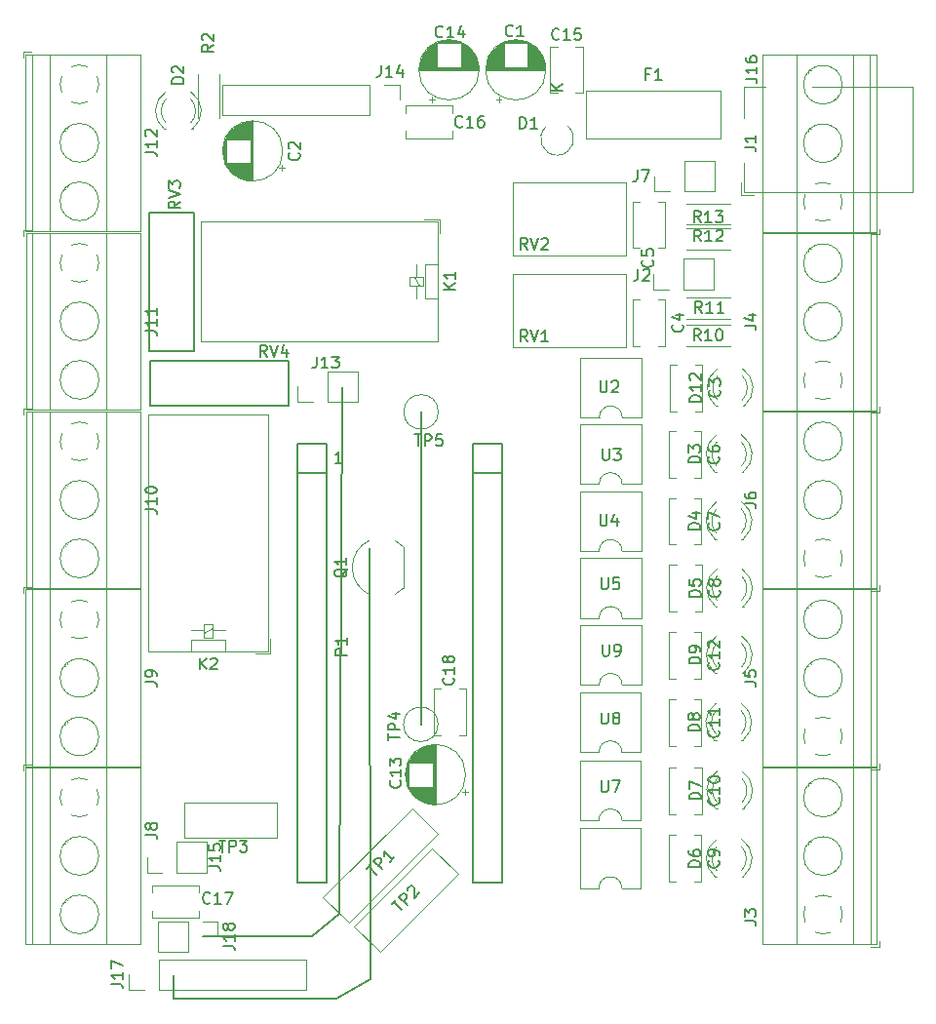
<source format=gbr>
%TF.GenerationSoftware,KiCad,Pcbnew,5.1.10-88a1d61d58~88~ubuntu18.04.1*%
%TF.CreationDate,2021-10-05T19:52:52+07:00*%
%TF.ProjectId,NANO5_PLC,4e414e4f-355f-4504-9c43-2e6b69636164,rev?*%
%TF.SameCoordinates,Original*%
%TF.FileFunction,Legend,Top*%
%TF.FilePolarity,Positive*%
%FSLAX46Y46*%
G04 Gerber Fmt 4.6, Leading zero omitted, Abs format (unit mm)*
G04 Created by KiCad (PCBNEW 5.1.10-88a1d61d58~88~ubuntu18.04.1) date 2021-10-05 19:52:52*
%MOMM*%
%LPD*%
G01*
G04 APERTURE LIST*
%ADD10C,0.150000*%
%ADD11C,0.120000*%
G04 APERTURE END LIST*
D10*
X141800000Y-110800000D02*
X142000000Y-65100000D01*
X139400000Y-112800000D02*
X141800000Y-110800000D01*
X129900000Y-112800000D02*
X139400000Y-112800000D01*
X144500000Y-116500000D02*
X144400000Y-79100000D01*
X141500000Y-118200000D02*
X144500000Y-116500000D01*
X127400000Y-118200000D02*
X141500000Y-118200000D01*
X127400000Y-116200000D02*
X127400000Y-118200000D01*
X148875000Y-67225000D02*
X148900000Y-94400000D01*
X142017714Y-71699380D02*
X141446285Y-71699380D01*
X141732000Y-71699380D02*
X141732000Y-70699380D01*
X141636761Y-70842238D01*
X141541523Y-70937476D01*
X141446285Y-70985095D01*
D11*
%TO.C,Q1*%
X147350000Y-82560000D02*
X147350000Y-78960000D01*
X146622795Y-78435816D02*
G75*
G02*
X147350000Y-78960000I-1122795J-2324184D01*
G01*
X144401193Y-78403600D02*
G75*
G03*
X142900000Y-80760000I1098807J-2356400D01*
G01*
X144401193Y-83116400D02*
G75*
G02*
X142900000Y-80760000I1098807J2356400D01*
G01*
X146622795Y-83084184D02*
G75*
G03*
X147350000Y-82560000I-1122795J2324184D01*
G01*
%TO.C,K1*%
X149100000Y-56270000D02*
X149100000Y-55570000D01*
X147900000Y-56270000D02*
X149100000Y-56270000D01*
X147900000Y-55570000D02*
X147900000Y-56270000D01*
X149100000Y-55570000D02*
X147900000Y-55570000D01*
X148300000Y-55570000D02*
X148700000Y-56270000D01*
X148470000Y-56270000D02*
X148470000Y-57370000D01*
X148470000Y-55570000D02*
X148470000Y-54470000D01*
X149250000Y-57400000D02*
X150310000Y-57400000D01*
X149250000Y-54400000D02*
X149250000Y-57400000D01*
X150310000Y-54400000D02*
X149270000Y-54400000D01*
X150310000Y-61100000D02*
X150310000Y-50720000D01*
X129720000Y-61100000D02*
X150310000Y-61100000D01*
X129720000Y-50720000D02*
X129720000Y-61100000D01*
X150310000Y-50720000D02*
X129720000Y-50720000D01*
X149160000Y-50560000D02*
X150460000Y-50560000D01*
X150460000Y-50560000D02*
X150460000Y-51770000D01*
%TO.C,K2*%
X130030000Y-86850000D02*
X130730000Y-86850000D01*
X130030000Y-85650000D02*
X130030000Y-86850000D01*
X130730000Y-85650000D02*
X130030000Y-85650000D01*
X130730000Y-86850000D02*
X130730000Y-85650000D01*
X130730000Y-86050000D02*
X130030000Y-86450000D01*
X130030000Y-86220000D02*
X128930000Y-86220000D01*
X130730000Y-86220000D02*
X131830000Y-86220000D01*
X128900000Y-87000000D02*
X128900000Y-88060000D01*
X131900000Y-87000000D02*
X128900000Y-87000000D01*
X131900000Y-88060000D02*
X131900000Y-87020000D01*
X125200000Y-88060000D02*
X135580000Y-88060000D01*
X125200000Y-67470000D02*
X125200000Y-88060000D01*
X135580000Y-67470000D02*
X125200000Y-67470000D01*
X135580000Y-88060000D02*
X135580000Y-67470000D01*
X135740000Y-86910000D02*
X135740000Y-88210000D01*
X135740000Y-88210000D02*
X134530000Y-88210000D01*
%TO.C,J18*%
X126030000Y-111470000D02*
X126030000Y-114130000D01*
X128630000Y-111470000D02*
X126030000Y-111470000D01*
X128630000Y-114130000D02*
X126030000Y-114130000D01*
X128630000Y-111470000D02*
X128630000Y-114130000D01*
X129900000Y-111470000D02*
X131230000Y-111470000D01*
X131230000Y-111470000D02*
X131230000Y-112800000D01*
%TO.C,J17*%
X138890000Y-117430000D02*
X138890000Y-114770000D01*
X126130000Y-117430000D02*
X138890000Y-117430000D01*
X126130000Y-114770000D02*
X138890000Y-114770000D01*
X126130000Y-117430000D02*
X126130000Y-114770000D01*
X124860000Y-117430000D02*
X123530000Y-117430000D01*
X123530000Y-117430000D02*
X123530000Y-116100000D01*
%TO.C,TP5*%
X150375000Y-67250000D02*
G75*
G03*
X150375000Y-67250000I-1500000J0D01*
G01*
%TO.C,TP4*%
X150350000Y-94375000D02*
G75*
G03*
X150350000Y-94375000I-1500000J0D01*
G01*
%TO.C,C18*%
X152170000Y-91280000D02*
X152795000Y-91280000D01*
X149955000Y-91280000D02*
X150580000Y-91280000D01*
X152170000Y-95320000D02*
X152795000Y-95320000D01*
X149955000Y-95320000D02*
X150580000Y-95320000D01*
X152795000Y-95320000D02*
X152795000Y-91280000D01*
X149955000Y-95320000D02*
X149955000Y-91280000D01*
%TO.C,C17*%
X129595000Y-110545000D02*
X129595000Y-111170000D01*
X129595000Y-108330000D02*
X129595000Y-108955000D01*
X125555000Y-110545000D02*
X125555000Y-111170000D01*
X125555000Y-108330000D02*
X125555000Y-108955000D01*
X125555000Y-111170000D02*
X129595000Y-111170000D01*
X125555000Y-108330000D02*
X129595000Y-108330000D01*
%TO.C,TP3*%
X128300000Y-101200000D02*
X128300000Y-104200000D01*
X136400000Y-104200000D02*
X136400000Y-101200000D01*
X128300000Y-101200000D02*
X136400000Y-101200000D01*
X136400000Y-104200000D02*
X128300000Y-104200000D01*
%TO.C,TP2*%
X145300000Y-114162742D02*
X143037258Y-111900000D01*
X152088225Y-107374517D02*
X145300000Y-114162742D01*
X149825483Y-105111775D02*
X152088225Y-107374517D01*
X143037258Y-111900000D02*
X149825483Y-105111775D01*
%TO.C,TP1*%
X148088154Y-101649104D02*
X150350896Y-103911846D01*
X142643432Y-111619310D02*
X140380690Y-109356568D01*
X150350896Y-103911846D02*
X142643432Y-111619310D01*
X140380690Y-109356568D02*
X148088154Y-101649104D01*
%TO.C,J15*%
X125070000Y-107230000D02*
X125070000Y-105900000D01*
X126400000Y-107230000D02*
X125070000Y-107230000D01*
X127670000Y-107230000D02*
X127670000Y-104570000D01*
X127670000Y-104570000D02*
X130270000Y-104570000D01*
X127670000Y-107230000D02*
X130270000Y-107230000D01*
X130270000Y-107230000D02*
X130270000Y-104570000D01*
%TO.C,R2*%
X129520000Y-37920000D02*
X129520000Y-41760000D01*
X131360000Y-37920000D02*
X131360000Y-41760000D01*
%TO.C,C16*%
X151580000Y-42875000D02*
X151580000Y-43500000D01*
X151580000Y-40660000D02*
X151580000Y-41285000D01*
X147540000Y-42875000D02*
X147540000Y-43500000D01*
X147540000Y-40660000D02*
X147540000Y-41285000D01*
X147540000Y-43500000D02*
X151580000Y-43500000D01*
X147540000Y-40660000D02*
X151580000Y-40660000D01*
%TO.C,C15*%
X162295000Y-35530000D02*
X162920000Y-35530000D01*
X160080000Y-35530000D02*
X160705000Y-35530000D01*
X162295000Y-39570000D02*
X162920000Y-39570000D01*
X160080000Y-39570000D02*
X160705000Y-39570000D01*
X162920000Y-39570000D02*
X162920000Y-35530000D01*
X160080000Y-39570000D02*
X160080000Y-35530000D01*
%TO.C,C14*%
X149575000Y-40104775D02*
X150075000Y-40104775D01*
X149825000Y-40354775D02*
X149825000Y-39854775D01*
X151016000Y-34949000D02*
X151584000Y-34949000D01*
X150782000Y-34989000D02*
X151818000Y-34989000D01*
X150623000Y-35029000D02*
X151977000Y-35029000D01*
X150495000Y-35069000D02*
X152105000Y-35069000D01*
X150385000Y-35109000D02*
X152215000Y-35109000D01*
X150289000Y-35149000D02*
X152311000Y-35149000D01*
X150202000Y-35189000D02*
X152398000Y-35189000D01*
X150122000Y-35229000D02*
X152478000Y-35229000D01*
X152340000Y-35269000D02*
X152551000Y-35269000D01*
X150049000Y-35269000D02*
X150260000Y-35269000D01*
X152340000Y-35309000D02*
X152619000Y-35309000D01*
X149981000Y-35309000D02*
X150260000Y-35309000D01*
X152340000Y-35349000D02*
X152683000Y-35349000D01*
X149917000Y-35349000D02*
X150260000Y-35349000D01*
X152340000Y-35389000D02*
X152743000Y-35389000D01*
X149857000Y-35389000D02*
X150260000Y-35389000D01*
X152340000Y-35429000D02*
X152800000Y-35429000D01*
X149800000Y-35429000D02*
X150260000Y-35429000D01*
X152340000Y-35469000D02*
X152854000Y-35469000D01*
X149746000Y-35469000D02*
X150260000Y-35469000D01*
X152340000Y-35509000D02*
X152905000Y-35509000D01*
X149695000Y-35509000D02*
X150260000Y-35509000D01*
X152340000Y-35549000D02*
X152953000Y-35549000D01*
X149647000Y-35549000D02*
X150260000Y-35549000D01*
X152340000Y-35589000D02*
X152999000Y-35589000D01*
X149601000Y-35589000D02*
X150260000Y-35589000D01*
X152340000Y-35629000D02*
X153043000Y-35629000D01*
X149557000Y-35629000D02*
X150260000Y-35629000D01*
X152340000Y-35669000D02*
X153085000Y-35669000D01*
X149515000Y-35669000D02*
X150260000Y-35669000D01*
X152340000Y-35709000D02*
X153126000Y-35709000D01*
X149474000Y-35709000D02*
X150260000Y-35709000D01*
X152340000Y-35749000D02*
X153164000Y-35749000D01*
X149436000Y-35749000D02*
X150260000Y-35749000D01*
X152340000Y-35789000D02*
X153201000Y-35789000D01*
X149399000Y-35789000D02*
X150260000Y-35789000D01*
X152340000Y-35829000D02*
X153237000Y-35829000D01*
X149363000Y-35829000D02*
X150260000Y-35829000D01*
X152340000Y-35869000D02*
X153271000Y-35869000D01*
X149329000Y-35869000D02*
X150260000Y-35869000D01*
X152340000Y-35909000D02*
X153304000Y-35909000D01*
X149296000Y-35909000D02*
X150260000Y-35909000D01*
X152340000Y-35949000D02*
X153335000Y-35949000D01*
X149265000Y-35949000D02*
X150260000Y-35949000D01*
X152340000Y-35989000D02*
X153365000Y-35989000D01*
X149235000Y-35989000D02*
X150260000Y-35989000D01*
X152340000Y-36029000D02*
X153395000Y-36029000D01*
X149205000Y-36029000D02*
X150260000Y-36029000D01*
X152340000Y-36069000D02*
X153422000Y-36069000D01*
X149178000Y-36069000D02*
X150260000Y-36069000D01*
X152340000Y-36109000D02*
X153449000Y-36109000D01*
X149151000Y-36109000D02*
X150260000Y-36109000D01*
X152340000Y-36149000D02*
X153475000Y-36149000D01*
X149125000Y-36149000D02*
X150260000Y-36149000D01*
X152340000Y-36189000D02*
X153500000Y-36189000D01*
X149100000Y-36189000D02*
X150260000Y-36189000D01*
X152340000Y-36229000D02*
X153524000Y-36229000D01*
X149076000Y-36229000D02*
X150260000Y-36229000D01*
X152340000Y-36269000D02*
X153547000Y-36269000D01*
X149053000Y-36269000D02*
X150260000Y-36269000D01*
X152340000Y-36309000D02*
X153568000Y-36309000D01*
X149032000Y-36309000D02*
X150260000Y-36309000D01*
X152340000Y-36349000D02*
X153590000Y-36349000D01*
X149010000Y-36349000D02*
X150260000Y-36349000D01*
X152340000Y-36389000D02*
X153610000Y-36389000D01*
X148990000Y-36389000D02*
X150260000Y-36389000D01*
X152340000Y-36429000D02*
X153629000Y-36429000D01*
X148971000Y-36429000D02*
X150260000Y-36429000D01*
X152340000Y-36469000D02*
X153648000Y-36469000D01*
X148952000Y-36469000D02*
X150260000Y-36469000D01*
X152340000Y-36509000D02*
X153665000Y-36509000D01*
X148935000Y-36509000D02*
X150260000Y-36509000D01*
X152340000Y-36549000D02*
X153682000Y-36549000D01*
X148918000Y-36549000D02*
X150260000Y-36549000D01*
X152340000Y-36589000D02*
X153698000Y-36589000D01*
X148902000Y-36589000D02*
X150260000Y-36589000D01*
X152340000Y-36629000D02*
X153714000Y-36629000D01*
X148886000Y-36629000D02*
X150260000Y-36629000D01*
X152340000Y-36669000D02*
X153728000Y-36669000D01*
X148872000Y-36669000D02*
X150260000Y-36669000D01*
X152340000Y-36709000D02*
X153742000Y-36709000D01*
X148858000Y-36709000D02*
X150260000Y-36709000D01*
X152340000Y-36749000D02*
X153755000Y-36749000D01*
X148845000Y-36749000D02*
X150260000Y-36749000D01*
X152340000Y-36789000D02*
X153768000Y-36789000D01*
X148832000Y-36789000D02*
X150260000Y-36789000D01*
X152340000Y-36829000D02*
X153780000Y-36829000D01*
X148820000Y-36829000D02*
X150260000Y-36829000D01*
X152340000Y-36870000D02*
X153791000Y-36870000D01*
X148809000Y-36870000D02*
X150260000Y-36870000D01*
X152340000Y-36910000D02*
X153801000Y-36910000D01*
X148799000Y-36910000D02*
X150260000Y-36910000D01*
X152340000Y-36950000D02*
X153811000Y-36950000D01*
X148789000Y-36950000D02*
X150260000Y-36950000D01*
X152340000Y-36990000D02*
X153820000Y-36990000D01*
X148780000Y-36990000D02*
X150260000Y-36990000D01*
X152340000Y-37030000D02*
X153828000Y-37030000D01*
X148772000Y-37030000D02*
X150260000Y-37030000D01*
X152340000Y-37070000D02*
X153836000Y-37070000D01*
X148764000Y-37070000D02*
X150260000Y-37070000D01*
X152340000Y-37110000D02*
X153843000Y-37110000D01*
X148757000Y-37110000D02*
X150260000Y-37110000D01*
X152340000Y-37150000D02*
X153850000Y-37150000D01*
X148750000Y-37150000D02*
X150260000Y-37150000D01*
X152340000Y-37190000D02*
X153856000Y-37190000D01*
X148744000Y-37190000D02*
X150260000Y-37190000D01*
X152340000Y-37230000D02*
X153861000Y-37230000D01*
X148739000Y-37230000D02*
X150260000Y-37230000D01*
X152340000Y-37270000D02*
X153865000Y-37270000D01*
X148735000Y-37270000D02*
X150260000Y-37270000D01*
X152340000Y-37310000D02*
X153869000Y-37310000D01*
X148731000Y-37310000D02*
X150260000Y-37310000D01*
X148727000Y-37350000D02*
X153873000Y-37350000D01*
X148724000Y-37390000D02*
X153876000Y-37390000D01*
X148722000Y-37430000D02*
X153878000Y-37430000D01*
X148721000Y-37470000D02*
X153879000Y-37470000D01*
X148720000Y-37510000D02*
X153880000Y-37510000D01*
X148720000Y-37550000D02*
X153880000Y-37550000D01*
X153920000Y-37550000D02*
G75*
G03*
X153920000Y-37550000I-2620000J0D01*
G01*
%TO.C,J14*%
X146990000Y-38840000D02*
X146990000Y-40170000D01*
X145660000Y-38840000D02*
X146990000Y-38840000D01*
X144390000Y-38840000D02*
X144390000Y-41500000D01*
X144390000Y-41500000D02*
X131630000Y-41500000D01*
X144390000Y-38840000D02*
X131630000Y-38840000D01*
X131630000Y-38840000D02*
X131630000Y-41500000D01*
%TO.C,C13*%
X152674775Y-100465000D02*
X152674775Y-99965000D01*
X152924775Y-100215000D02*
X152424775Y-100215000D01*
X147519000Y-99024000D02*
X147519000Y-98456000D01*
X147559000Y-99258000D02*
X147559000Y-98222000D01*
X147599000Y-99417000D02*
X147599000Y-98063000D01*
X147639000Y-99545000D02*
X147639000Y-97935000D01*
X147679000Y-99655000D02*
X147679000Y-97825000D01*
X147719000Y-99751000D02*
X147719000Y-97729000D01*
X147759000Y-99838000D02*
X147759000Y-97642000D01*
X147799000Y-99918000D02*
X147799000Y-97562000D01*
X147839000Y-97700000D02*
X147839000Y-97489000D01*
X147839000Y-99991000D02*
X147839000Y-99780000D01*
X147879000Y-97700000D02*
X147879000Y-97421000D01*
X147879000Y-100059000D02*
X147879000Y-99780000D01*
X147919000Y-97700000D02*
X147919000Y-97357000D01*
X147919000Y-100123000D02*
X147919000Y-99780000D01*
X147959000Y-97700000D02*
X147959000Y-97297000D01*
X147959000Y-100183000D02*
X147959000Y-99780000D01*
X147999000Y-97700000D02*
X147999000Y-97240000D01*
X147999000Y-100240000D02*
X147999000Y-99780000D01*
X148039000Y-97700000D02*
X148039000Y-97186000D01*
X148039000Y-100294000D02*
X148039000Y-99780000D01*
X148079000Y-97700000D02*
X148079000Y-97135000D01*
X148079000Y-100345000D02*
X148079000Y-99780000D01*
X148119000Y-97700000D02*
X148119000Y-97087000D01*
X148119000Y-100393000D02*
X148119000Y-99780000D01*
X148159000Y-97700000D02*
X148159000Y-97041000D01*
X148159000Y-100439000D02*
X148159000Y-99780000D01*
X148199000Y-97700000D02*
X148199000Y-96997000D01*
X148199000Y-100483000D02*
X148199000Y-99780000D01*
X148239000Y-97700000D02*
X148239000Y-96955000D01*
X148239000Y-100525000D02*
X148239000Y-99780000D01*
X148279000Y-97700000D02*
X148279000Y-96914000D01*
X148279000Y-100566000D02*
X148279000Y-99780000D01*
X148319000Y-97700000D02*
X148319000Y-96876000D01*
X148319000Y-100604000D02*
X148319000Y-99780000D01*
X148359000Y-97700000D02*
X148359000Y-96839000D01*
X148359000Y-100641000D02*
X148359000Y-99780000D01*
X148399000Y-97700000D02*
X148399000Y-96803000D01*
X148399000Y-100677000D02*
X148399000Y-99780000D01*
X148439000Y-97700000D02*
X148439000Y-96769000D01*
X148439000Y-100711000D02*
X148439000Y-99780000D01*
X148479000Y-97700000D02*
X148479000Y-96736000D01*
X148479000Y-100744000D02*
X148479000Y-99780000D01*
X148519000Y-97700000D02*
X148519000Y-96705000D01*
X148519000Y-100775000D02*
X148519000Y-99780000D01*
X148559000Y-97700000D02*
X148559000Y-96675000D01*
X148559000Y-100805000D02*
X148559000Y-99780000D01*
X148599000Y-97700000D02*
X148599000Y-96645000D01*
X148599000Y-100835000D02*
X148599000Y-99780000D01*
X148639000Y-97700000D02*
X148639000Y-96618000D01*
X148639000Y-100862000D02*
X148639000Y-99780000D01*
X148679000Y-97700000D02*
X148679000Y-96591000D01*
X148679000Y-100889000D02*
X148679000Y-99780000D01*
X148719000Y-97700000D02*
X148719000Y-96565000D01*
X148719000Y-100915000D02*
X148719000Y-99780000D01*
X148759000Y-97700000D02*
X148759000Y-96540000D01*
X148759000Y-100940000D02*
X148759000Y-99780000D01*
X148799000Y-97700000D02*
X148799000Y-96516000D01*
X148799000Y-100964000D02*
X148799000Y-99780000D01*
X148839000Y-97700000D02*
X148839000Y-96493000D01*
X148839000Y-100987000D02*
X148839000Y-99780000D01*
X148879000Y-97700000D02*
X148879000Y-96472000D01*
X148879000Y-101008000D02*
X148879000Y-99780000D01*
X148919000Y-97700000D02*
X148919000Y-96450000D01*
X148919000Y-101030000D02*
X148919000Y-99780000D01*
X148959000Y-97700000D02*
X148959000Y-96430000D01*
X148959000Y-101050000D02*
X148959000Y-99780000D01*
X148999000Y-97700000D02*
X148999000Y-96411000D01*
X148999000Y-101069000D02*
X148999000Y-99780000D01*
X149039000Y-97700000D02*
X149039000Y-96392000D01*
X149039000Y-101088000D02*
X149039000Y-99780000D01*
X149079000Y-97700000D02*
X149079000Y-96375000D01*
X149079000Y-101105000D02*
X149079000Y-99780000D01*
X149119000Y-97700000D02*
X149119000Y-96358000D01*
X149119000Y-101122000D02*
X149119000Y-99780000D01*
X149159000Y-97700000D02*
X149159000Y-96342000D01*
X149159000Y-101138000D02*
X149159000Y-99780000D01*
X149199000Y-97700000D02*
X149199000Y-96326000D01*
X149199000Y-101154000D02*
X149199000Y-99780000D01*
X149239000Y-97700000D02*
X149239000Y-96312000D01*
X149239000Y-101168000D02*
X149239000Y-99780000D01*
X149279000Y-97700000D02*
X149279000Y-96298000D01*
X149279000Y-101182000D02*
X149279000Y-99780000D01*
X149319000Y-97700000D02*
X149319000Y-96285000D01*
X149319000Y-101195000D02*
X149319000Y-99780000D01*
X149359000Y-97700000D02*
X149359000Y-96272000D01*
X149359000Y-101208000D02*
X149359000Y-99780000D01*
X149399000Y-97700000D02*
X149399000Y-96260000D01*
X149399000Y-101220000D02*
X149399000Y-99780000D01*
X149440000Y-97700000D02*
X149440000Y-96249000D01*
X149440000Y-101231000D02*
X149440000Y-99780000D01*
X149480000Y-97700000D02*
X149480000Y-96239000D01*
X149480000Y-101241000D02*
X149480000Y-99780000D01*
X149520000Y-97700000D02*
X149520000Y-96229000D01*
X149520000Y-101251000D02*
X149520000Y-99780000D01*
X149560000Y-97700000D02*
X149560000Y-96220000D01*
X149560000Y-101260000D02*
X149560000Y-99780000D01*
X149600000Y-97700000D02*
X149600000Y-96212000D01*
X149600000Y-101268000D02*
X149600000Y-99780000D01*
X149640000Y-97700000D02*
X149640000Y-96204000D01*
X149640000Y-101276000D02*
X149640000Y-99780000D01*
X149680000Y-97700000D02*
X149680000Y-96197000D01*
X149680000Y-101283000D02*
X149680000Y-99780000D01*
X149720000Y-97700000D02*
X149720000Y-96190000D01*
X149720000Y-101290000D02*
X149720000Y-99780000D01*
X149760000Y-97700000D02*
X149760000Y-96184000D01*
X149760000Y-101296000D02*
X149760000Y-99780000D01*
X149800000Y-97700000D02*
X149800000Y-96179000D01*
X149800000Y-101301000D02*
X149800000Y-99780000D01*
X149840000Y-97700000D02*
X149840000Y-96175000D01*
X149840000Y-101305000D02*
X149840000Y-99780000D01*
X149880000Y-97700000D02*
X149880000Y-96171000D01*
X149880000Y-101309000D02*
X149880000Y-99780000D01*
X149920000Y-101313000D02*
X149920000Y-96167000D01*
X149960000Y-101316000D02*
X149960000Y-96164000D01*
X150000000Y-101318000D02*
X150000000Y-96162000D01*
X150040000Y-101319000D02*
X150040000Y-96161000D01*
X150080000Y-101320000D02*
X150080000Y-96160000D01*
X150120000Y-101320000D02*
X150120000Y-96160000D01*
X152740000Y-98740000D02*
G75*
G03*
X152740000Y-98740000I-2620000J0D01*
G01*
%TO.C,J13*%
X138160000Y-66390000D02*
X138160000Y-65060000D01*
X139490000Y-66390000D02*
X138160000Y-66390000D01*
X140760000Y-66390000D02*
X140760000Y-63730000D01*
X140760000Y-63730000D02*
X143360000Y-63730000D01*
X140760000Y-66390000D02*
X143360000Y-66390000D01*
X143360000Y-66390000D02*
X143360000Y-63730000D01*
D10*
%TO.C,RV4*%
X125350000Y-62790000D02*
X125350000Y-66690000D01*
X137350000Y-62790000D02*
X137350000Y-66690000D01*
X125350000Y-62790000D02*
X137350000Y-62790000D01*
X125350000Y-66690000D02*
X137350000Y-66690000D01*
%TO.C,RV3*%
X125290000Y-61980000D02*
X129190000Y-61980000D01*
X125290000Y-49980000D02*
X129190000Y-49980000D01*
X125290000Y-61980000D02*
X125290000Y-49980000D01*
X129190000Y-61980000D02*
X129190000Y-49980000D01*
D11*
%TO.C,J12*%
X114310000Y-35970000D02*
X114310000Y-36470000D01*
X115050000Y-35970000D02*
X114310000Y-35970000D01*
X118187000Y-47743000D02*
X118141000Y-47696000D01*
X120485000Y-50040000D02*
X120449000Y-50005000D01*
X117971000Y-47936000D02*
X117936000Y-47901000D01*
X120279000Y-50245000D02*
X120233000Y-50198000D01*
X118187000Y-42663000D02*
X118141000Y-42616000D01*
X120485000Y-44960000D02*
X120449000Y-44925000D01*
X117971000Y-42856000D02*
X117936000Y-42821000D01*
X120279000Y-45165000D02*
X120233000Y-45118000D01*
X124471000Y-51570000D02*
X114550000Y-51570000D01*
X124471000Y-36210000D02*
X114550000Y-36210000D01*
X114550000Y-36210000D02*
X114550000Y-51570000D01*
X124471000Y-36210000D02*
X124471000Y-51570000D01*
X121511000Y-36210000D02*
X121511000Y-51570000D01*
X116610000Y-36210000D02*
X116610000Y-51570000D01*
X115110000Y-36210000D02*
X115110000Y-51570000D01*
X120890000Y-48970000D02*
G75*
G03*
X120890000Y-48970000I-1680000J0D01*
G01*
X120890000Y-43890000D02*
G75*
G03*
X120890000Y-43890000I-1680000J0D01*
G01*
X117529747Y-38838805D02*
G75*
G02*
X117675000Y-38126000I1680253J28805D01*
G01*
X118526958Y-37274574D02*
G75*
G02*
X119894000Y-37275000I683042J-1535426D01*
G01*
X120745426Y-38126958D02*
G75*
G02*
X120745000Y-39494000I-1535426J-683042D01*
G01*
X119893042Y-40345426D02*
G75*
G02*
X118526000Y-40345000I-683042J1535426D01*
G01*
X117675244Y-39493318D02*
G75*
G02*
X117530000Y-38810000I1534756J683318D01*
G01*
%TO.C,J11*%
X114320000Y-51470000D02*
X114320000Y-51970000D01*
X115060000Y-51470000D02*
X114320000Y-51470000D01*
X118197000Y-63243000D02*
X118151000Y-63196000D01*
X120495000Y-65540000D02*
X120459000Y-65505000D01*
X117981000Y-63436000D02*
X117946000Y-63401000D01*
X120289000Y-65745000D02*
X120243000Y-65698000D01*
X118197000Y-58163000D02*
X118151000Y-58116000D01*
X120495000Y-60460000D02*
X120459000Y-60425000D01*
X117981000Y-58356000D02*
X117946000Y-58321000D01*
X120289000Y-60665000D02*
X120243000Y-60618000D01*
X124481000Y-67070000D02*
X114560000Y-67070000D01*
X124481000Y-51710000D02*
X114560000Y-51710000D01*
X114560000Y-51710000D02*
X114560000Y-67070000D01*
X124481000Y-51710000D02*
X124481000Y-67070000D01*
X121521000Y-51710000D02*
X121521000Y-67070000D01*
X116620000Y-51710000D02*
X116620000Y-67070000D01*
X115120000Y-51710000D02*
X115120000Y-67070000D01*
X120900000Y-64470000D02*
G75*
G03*
X120900000Y-64470000I-1680000J0D01*
G01*
X120900000Y-59390000D02*
G75*
G03*
X120900000Y-59390000I-1680000J0D01*
G01*
X117539747Y-54338805D02*
G75*
G02*
X117685000Y-53626000I1680253J28805D01*
G01*
X118536958Y-52774574D02*
G75*
G02*
X119904000Y-52775000I683042J-1535426D01*
G01*
X120755426Y-53626958D02*
G75*
G02*
X120755000Y-54994000I-1535426J-683042D01*
G01*
X119903042Y-55845426D02*
G75*
G02*
X118536000Y-55845000I-683042J1535426D01*
G01*
X117685244Y-54993318D02*
G75*
G02*
X117540000Y-54310000I1534756J683318D01*
G01*
%TO.C,J10*%
X114320000Y-66970000D02*
X114320000Y-67470000D01*
X115060000Y-66970000D02*
X114320000Y-66970000D01*
X118197000Y-78743000D02*
X118151000Y-78696000D01*
X120495000Y-81040000D02*
X120459000Y-81005000D01*
X117981000Y-78936000D02*
X117946000Y-78901000D01*
X120289000Y-81245000D02*
X120243000Y-81198000D01*
X118197000Y-73663000D02*
X118151000Y-73616000D01*
X120495000Y-75960000D02*
X120459000Y-75925000D01*
X117981000Y-73856000D02*
X117946000Y-73821000D01*
X120289000Y-76165000D02*
X120243000Y-76118000D01*
X124481000Y-82570000D02*
X114560000Y-82570000D01*
X124481000Y-67210000D02*
X114560000Y-67210000D01*
X114560000Y-67210000D02*
X114560000Y-82570000D01*
X124481000Y-67210000D02*
X124481000Y-82570000D01*
X121521000Y-67210000D02*
X121521000Y-82570000D01*
X116620000Y-67210000D02*
X116620000Y-82570000D01*
X115120000Y-67210000D02*
X115120000Y-82570000D01*
X120900000Y-79970000D02*
G75*
G03*
X120900000Y-79970000I-1680000J0D01*
G01*
X120900000Y-74890000D02*
G75*
G03*
X120900000Y-74890000I-1680000J0D01*
G01*
X117539747Y-69838805D02*
G75*
G02*
X117685000Y-69126000I1680253J28805D01*
G01*
X118536958Y-68274574D02*
G75*
G02*
X119904000Y-68275000I683042J-1535426D01*
G01*
X120755426Y-69126958D02*
G75*
G02*
X120755000Y-70494000I-1535426J-683042D01*
G01*
X119903042Y-71345426D02*
G75*
G02*
X118536000Y-71345000I-683042J1535426D01*
G01*
X117685244Y-70493318D02*
G75*
G02*
X117540000Y-69810000I1534756J683318D01*
G01*
%TO.C,J9*%
X114310000Y-82430000D02*
X114310000Y-82930000D01*
X115050000Y-82430000D02*
X114310000Y-82430000D01*
X118187000Y-94203000D02*
X118141000Y-94156000D01*
X120485000Y-96500000D02*
X120449000Y-96465000D01*
X117971000Y-94396000D02*
X117936000Y-94361000D01*
X120279000Y-96705000D02*
X120233000Y-96658000D01*
X118187000Y-89123000D02*
X118141000Y-89076000D01*
X120485000Y-91420000D02*
X120449000Y-91385000D01*
X117971000Y-89316000D02*
X117936000Y-89281000D01*
X120279000Y-91625000D02*
X120233000Y-91578000D01*
X124471000Y-98030000D02*
X114550000Y-98030000D01*
X124471000Y-82670000D02*
X114550000Y-82670000D01*
X114550000Y-82670000D02*
X114550000Y-98030000D01*
X124471000Y-82670000D02*
X124471000Y-98030000D01*
X121511000Y-82670000D02*
X121511000Y-98030000D01*
X116610000Y-82670000D02*
X116610000Y-98030000D01*
X115110000Y-82670000D02*
X115110000Y-98030000D01*
X120890000Y-95430000D02*
G75*
G03*
X120890000Y-95430000I-1680000J0D01*
G01*
X120890000Y-90350000D02*
G75*
G03*
X120890000Y-90350000I-1680000J0D01*
G01*
X117529747Y-85298805D02*
G75*
G02*
X117675000Y-84586000I1680253J28805D01*
G01*
X118526958Y-83734574D02*
G75*
G02*
X119894000Y-83735000I683042J-1535426D01*
G01*
X120745426Y-84586958D02*
G75*
G02*
X120745000Y-85954000I-1535426J-683042D01*
G01*
X119893042Y-86805426D02*
G75*
G02*
X118526000Y-86805000I-683042J1535426D01*
G01*
X117675244Y-85953318D02*
G75*
G02*
X117530000Y-85270000I1534756J683318D01*
G01*
%TO.C,J8*%
X114310000Y-97880000D02*
X114310000Y-98380000D01*
X115050000Y-97880000D02*
X114310000Y-97880000D01*
X118187000Y-109653000D02*
X118141000Y-109606000D01*
X120485000Y-111950000D02*
X120449000Y-111915000D01*
X117971000Y-109846000D02*
X117936000Y-109811000D01*
X120279000Y-112155000D02*
X120233000Y-112108000D01*
X118187000Y-104573000D02*
X118141000Y-104526000D01*
X120485000Y-106870000D02*
X120449000Y-106835000D01*
X117971000Y-104766000D02*
X117936000Y-104731000D01*
X120279000Y-107075000D02*
X120233000Y-107028000D01*
X124471000Y-113480000D02*
X114550000Y-113480000D01*
X124471000Y-98120000D02*
X114550000Y-98120000D01*
X114550000Y-98120000D02*
X114550000Y-113480000D01*
X124471000Y-98120000D02*
X124471000Y-113480000D01*
X121511000Y-98120000D02*
X121511000Y-113480000D01*
X116610000Y-98120000D02*
X116610000Y-113480000D01*
X115110000Y-98120000D02*
X115110000Y-113480000D01*
X120890000Y-110880000D02*
G75*
G03*
X120890000Y-110880000I-1680000J0D01*
G01*
X120890000Y-105800000D02*
G75*
G03*
X120890000Y-105800000I-1680000J0D01*
G01*
X117529747Y-100748805D02*
G75*
G02*
X117675000Y-100036000I1680253J28805D01*
G01*
X118526958Y-99184574D02*
G75*
G02*
X119894000Y-99185000I683042J-1535426D01*
G01*
X120745426Y-100036958D02*
G75*
G02*
X120745000Y-101404000I-1535426J-683042D01*
G01*
X119893042Y-102255426D02*
G75*
G02*
X118526000Y-102255000I-683042J1535426D01*
G01*
X117675244Y-101403318D02*
G75*
G02*
X117530000Y-100720000I1534756J683318D01*
G01*
%TO.C,RV2*%
X166635000Y-47310000D02*
X166635000Y-53650000D01*
X156865000Y-47310000D02*
X156865000Y-53650000D01*
X156865000Y-53650000D02*
X166635000Y-53650000D01*
X156865000Y-47310000D02*
X166635000Y-47310000D01*
%TO.C,R13*%
X171880000Y-53180000D02*
X175720000Y-53180000D01*
X171880000Y-51340000D02*
X175720000Y-51340000D01*
%TO.C,R12*%
X175740000Y-49150000D02*
X171900000Y-49150000D01*
X175740000Y-50990000D02*
X171900000Y-50990000D01*
%TO.C,J7*%
X169150000Y-48110000D02*
X169150000Y-46780000D01*
X170480000Y-48110000D02*
X169150000Y-48110000D01*
X171750000Y-48110000D02*
X171750000Y-45450000D01*
X171750000Y-45450000D02*
X174350000Y-45450000D01*
X171750000Y-48110000D02*
X174350000Y-48110000D01*
X174350000Y-48110000D02*
X174350000Y-45450000D01*
%TO.C,C5*%
X169445000Y-48980000D02*
X170070000Y-48980000D01*
X167230000Y-48980000D02*
X167855000Y-48980000D01*
X169445000Y-53020000D02*
X170070000Y-53020000D01*
X167230000Y-53020000D02*
X167855000Y-53020000D01*
X170070000Y-53020000D02*
X170070000Y-48980000D01*
X167230000Y-53020000D02*
X167230000Y-48980000D01*
%TO.C,RV1*%
X166635000Y-55270000D02*
X166635000Y-61610000D01*
X156865000Y-55270000D02*
X156865000Y-61610000D01*
X156865000Y-61610000D02*
X166635000Y-61610000D01*
X156865000Y-55270000D02*
X166635000Y-55270000D01*
%TO.C,R11*%
X171900000Y-59180000D02*
X175740000Y-59180000D01*
X171900000Y-57340000D02*
X175740000Y-57340000D01*
%TO.C,R10*%
X175730000Y-59690000D02*
X171890000Y-59690000D01*
X175730000Y-61530000D02*
X171890000Y-61530000D01*
%TO.C,J2*%
X169060000Y-56630000D02*
X169060000Y-55300000D01*
X170390000Y-56630000D02*
X169060000Y-56630000D01*
X171660000Y-56630000D02*
X171660000Y-53970000D01*
X171660000Y-53970000D02*
X174260000Y-53970000D01*
X171660000Y-56630000D02*
X174260000Y-56630000D01*
X174260000Y-56630000D02*
X174260000Y-53970000D01*
%TO.C,C4*%
X167865000Y-61520000D02*
X167240000Y-61520000D01*
X170080000Y-61520000D02*
X169455000Y-61520000D01*
X167865000Y-57480000D02*
X167240000Y-57480000D01*
X170080000Y-57480000D02*
X169455000Y-57480000D01*
X167240000Y-57480000D02*
X167240000Y-61520000D01*
X170080000Y-57480000D02*
X170080000Y-61520000D01*
%TO.C,J1*%
X188670000Y-51850000D02*
X188670000Y-51350000D01*
X187930000Y-51850000D02*
X188670000Y-51850000D01*
X184793000Y-40077000D02*
X184839000Y-40124000D01*
X182495000Y-37780000D02*
X182531000Y-37815000D01*
X185009000Y-39884000D02*
X185044000Y-39919000D01*
X182701000Y-37575000D02*
X182747000Y-37622000D01*
X184793000Y-45157000D02*
X184839000Y-45204000D01*
X182495000Y-42860000D02*
X182531000Y-42895000D01*
X185009000Y-44964000D02*
X185044000Y-44999000D01*
X182701000Y-42655000D02*
X182747000Y-42702000D01*
X178509000Y-36250000D02*
X188430000Y-36250000D01*
X178509000Y-51610000D02*
X188430000Y-51610000D01*
X188430000Y-51610000D02*
X188430000Y-36250000D01*
X178509000Y-51610000D02*
X178509000Y-36250000D01*
X181469000Y-51610000D02*
X181469000Y-36250000D01*
X186370000Y-51610000D02*
X186370000Y-36250000D01*
X187870000Y-51610000D02*
X187870000Y-36250000D01*
X185450000Y-38850000D02*
G75*
G03*
X185450000Y-38850000I-1680000J0D01*
G01*
X185450000Y-43930000D02*
G75*
G03*
X185450000Y-43930000I-1680000J0D01*
G01*
X185450253Y-48981195D02*
G75*
G02*
X185305000Y-49694000I-1680253J-28805D01*
G01*
X184453042Y-50545426D02*
G75*
G02*
X183086000Y-50545000I-683042J1535426D01*
G01*
X182234574Y-49693042D02*
G75*
G02*
X182235000Y-48326000I1535426J683042D01*
G01*
X183086958Y-47474574D02*
G75*
G02*
X184454000Y-47475000I683042J-1535426D01*
G01*
X185304756Y-48326682D02*
G75*
G02*
X185450000Y-49010000I-1534756J-683318D01*
G01*
%TO.C,U2*%
X166350000Y-67740000D02*
X168000000Y-67740000D01*
X168000000Y-67740000D02*
X168000000Y-62540000D01*
X168000000Y-62540000D02*
X162700000Y-62540000D01*
X162700000Y-62540000D02*
X162700000Y-67740000D01*
X162700000Y-67740000D02*
X164350000Y-67740000D01*
X164350000Y-67740000D02*
G75*
G02*
X166350000Y-67740000I1000000J0D01*
G01*
%TO.C,D12*%
X174474000Y-66730000D02*
X174630000Y-66730000D01*
X176790000Y-66730000D02*
X176946000Y-66730000D01*
X176789837Y-64128870D02*
G75*
G02*
X176790000Y-66210961I-1079837J-1041130D01*
G01*
X174630163Y-64128870D02*
G75*
G03*
X174630000Y-66210961I1079837J-1041130D01*
G01*
X176788608Y-63497665D02*
G75*
G02*
X176945516Y-66730000I-1078608J-1672335D01*
G01*
X174631392Y-63497665D02*
G75*
G03*
X174474484Y-66730000I1078608J-1672335D01*
G01*
%TO.C,C3*%
X173280000Y-63150000D02*
X173280000Y-67190000D01*
X170440000Y-63150000D02*
X170440000Y-67190000D01*
X173280000Y-63150000D02*
X172655000Y-63150000D01*
X171065000Y-63150000D02*
X170440000Y-63150000D01*
X173280000Y-67190000D02*
X172655000Y-67190000D01*
X171065000Y-67190000D02*
X170440000Y-67190000D01*
%TO.C,U9*%
X166340000Y-90955000D02*
X167990000Y-90955000D01*
X167990000Y-90955000D02*
X167990000Y-85755000D01*
X167990000Y-85755000D02*
X162690000Y-85755000D01*
X162690000Y-85755000D02*
X162690000Y-90955000D01*
X162690000Y-90955000D02*
X164340000Y-90955000D01*
X164340000Y-90955000D02*
G75*
G02*
X166340000Y-90955000I1000000J0D01*
G01*
%TO.C,U8*%
X166320000Y-96810000D02*
X167970000Y-96810000D01*
X167970000Y-96810000D02*
X167970000Y-91610000D01*
X167970000Y-91610000D02*
X162670000Y-91610000D01*
X162670000Y-91610000D02*
X162670000Y-96810000D01*
X162670000Y-96810000D02*
X164320000Y-96810000D01*
X164320000Y-96810000D02*
G75*
G02*
X166320000Y-96810000I1000000J0D01*
G01*
%TO.C,U7*%
X166320000Y-102720000D02*
X167970000Y-102720000D01*
X167970000Y-102720000D02*
X167970000Y-97520000D01*
X167970000Y-97520000D02*
X162670000Y-97520000D01*
X162670000Y-97520000D02*
X162670000Y-102720000D01*
X162670000Y-102720000D02*
X164320000Y-102720000D01*
X164320000Y-102720000D02*
G75*
G02*
X166320000Y-102720000I1000000J0D01*
G01*
%TO.C,U6*%
X166315000Y-108605000D02*
X167965000Y-108605000D01*
X167965000Y-108605000D02*
X167965000Y-103405000D01*
X167965000Y-103405000D02*
X162665000Y-103405000D01*
X162665000Y-103405000D02*
X162665000Y-108605000D01*
X162665000Y-108605000D02*
X164315000Y-108605000D01*
X164315000Y-108605000D02*
G75*
G02*
X166315000Y-108605000I1000000J0D01*
G01*
%TO.C,U5*%
X166340000Y-85150000D02*
X167990000Y-85150000D01*
X167990000Y-85150000D02*
X167990000Y-79950000D01*
X167990000Y-79950000D02*
X162690000Y-79950000D01*
X162690000Y-79950000D02*
X162690000Y-85150000D01*
X162690000Y-85150000D02*
X164340000Y-85150000D01*
X164340000Y-85150000D02*
G75*
G02*
X166340000Y-85150000I1000000J0D01*
G01*
%TO.C,U4*%
X166340000Y-79340000D02*
X167990000Y-79340000D01*
X167990000Y-79340000D02*
X167990000Y-74140000D01*
X167990000Y-74140000D02*
X162690000Y-74140000D01*
X162690000Y-74140000D02*
X162690000Y-79340000D01*
X162690000Y-79340000D02*
X164340000Y-79340000D01*
X164340000Y-79340000D02*
G75*
G02*
X166340000Y-79340000I1000000J0D01*
G01*
%TO.C,U3*%
X166340000Y-73530000D02*
X167990000Y-73530000D01*
X167990000Y-73530000D02*
X167990000Y-68330000D01*
X167990000Y-68330000D02*
X162690000Y-68330000D01*
X162690000Y-68330000D02*
X162690000Y-73530000D01*
X162690000Y-73530000D02*
X164340000Y-73530000D01*
X164340000Y-73530000D02*
G75*
G02*
X166340000Y-73530000I1000000J0D01*
G01*
%TO.C,J16*%
X176700000Y-47350000D02*
X176700000Y-48400000D01*
X177750000Y-48400000D02*
X176700000Y-48400000D01*
X182800000Y-39000000D02*
X191600000Y-39000000D01*
X191600000Y-39000000D02*
X191600000Y-48200000D01*
X176900000Y-41700000D02*
X176900000Y-39000000D01*
X176900000Y-39000000D02*
X178800000Y-39000000D01*
X191600000Y-48200000D02*
X176900000Y-48200000D01*
X176900000Y-48200000D02*
X176900000Y-45600000D01*
%TO.C,J6*%
X185460000Y-74880000D02*
G75*
G03*
X185460000Y-74880000I-1680000J0D01*
G01*
X185460000Y-69800000D02*
G75*
G03*
X185460000Y-69800000I-1680000J0D01*
G01*
X187880000Y-82560000D02*
X187880000Y-67200000D01*
X186380000Y-82560000D02*
X186380000Y-67200000D01*
X181479000Y-82560000D02*
X181479000Y-67200000D01*
X178519000Y-82560000D02*
X178519000Y-67200000D01*
X188440000Y-82560000D02*
X188440000Y-67200000D01*
X178519000Y-82560000D02*
X188440000Y-82560000D01*
X178519000Y-67200000D02*
X188440000Y-67200000D01*
X182711000Y-73605000D02*
X182757000Y-73652000D01*
X185019000Y-75914000D02*
X185054000Y-75949000D01*
X182505000Y-73810000D02*
X182541000Y-73845000D01*
X184803000Y-76107000D02*
X184849000Y-76154000D01*
X182711000Y-68525000D02*
X182757000Y-68572000D01*
X185019000Y-70834000D02*
X185054000Y-70869000D01*
X182505000Y-68730000D02*
X182541000Y-68765000D01*
X184803000Y-71027000D02*
X184849000Y-71074000D01*
X187940000Y-82800000D02*
X188680000Y-82800000D01*
X188680000Y-82800000D02*
X188680000Y-82300000D01*
X185460253Y-79931195D02*
G75*
G02*
X185315000Y-80644000I-1680253J-28805D01*
G01*
X184463042Y-81495426D02*
G75*
G02*
X183096000Y-81495000I-683042J1535426D01*
G01*
X182244574Y-80643042D02*
G75*
G02*
X182245000Y-79276000I1535426J683042D01*
G01*
X183096958Y-78424574D02*
G75*
G02*
X184464000Y-78425000I683042J-1535426D01*
G01*
X185314756Y-79276682D02*
G75*
G02*
X185460000Y-79960000I-1534756J-683318D01*
G01*
%TO.C,J5*%
X185460000Y-90350000D02*
G75*
G03*
X185460000Y-90350000I-1680000J0D01*
G01*
X185460000Y-85270000D02*
G75*
G03*
X185460000Y-85270000I-1680000J0D01*
G01*
X187880000Y-98030000D02*
X187880000Y-82670000D01*
X186380000Y-98030000D02*
X186380000Y-82670000D01*
X181479000Y-98030000D02*
X181479000Y-82670000D01*
X178519000Y-98030000D02*
X178519000Y-82670000D01*
X188440000Y-98030000D02*
X188440000Y-82670000D01*
X178519000Y-98030000D02*
X188440000Y-98030000D01*
X178519000Y-82670000D02*
X188440000Y-82670000D01*
X182711000Y-89075000D02*
X182757000Y-89122000D01*
X185019000Y-91384000D02*
X185054000Y-91419000D01*
X182505000Y-89280000D02*
X182541000Y-89315000D01*
X184803000Y-91577000D02*
X184849000Y-91624000D01*
X182711000Y-83995000D02*
X182757000Y-84042000D01*
X185019000Y-86304000D02*
X185054000Y-86339000D01*
X182505000Y-84200000D02*
X182541000Y-84235000D01*
X184803000Y-86497000D02*
X184849000Y-86544000D01*
X187940000Y-98270000D02*
X188680000Y-98270000D01*
X188680000Y-98270000D02*
X188680000Y-97770000D01*
X185460253Y-95401195D02*
G75*
G02*
X185315000Y-96114000I-1680253J-28805D01*
G01*
X184463042Y-96965426D02*
G75*
G02*
X183096000Y-96965000I-683042J1535426D01*
G01*
X182244574Y-96113042D02*
G75*
G02*
X182245000Y-94746000I1535426J683042D01*
G01*
X183096958Y-93894574D02*
G75*
G02*
X184464000Y-93895000I683042J-1535426D01*
G01*
X185314756Y-94746682D02*
G75*
G02*
X185460000Y-95430000I-1534756J-683318D01*
G01*
%TO.C,J4*%
X185460000Y-59420000D02*
G75*
G03*
X185460000Y-59420000I-1680000J0D01*
G01*
X185460000Y-54340000D02*
G75*
G03*
X185460000Y-54340000I-1680000J0D01*
G01*
X187880000Y-67100000D02*
X187880000Y-51740000D01*
X186380000Y-67100000D02*
X186380000Y-51740000D01*
X181479000Y-67100000D02*
X181479000Y-51740000D01*
X178519000Y-67100000D02*
X178519000Y-51740000D01*
X188440000Y-67100000D02*
X188440000Y-51740000D01*
X178519000Y-67100000D02*
X188440000Y-67100000D01*
X178519000Y-51740000D02*
X188440000Y-51740000D01*
X182711000Y-58145000D02*
X182757000Y-58192000D01*
X185019000Y-60454000D02*
X185054000Y-60489000D01*
X182505000Y-58350000D02*
X182541000Y-58385000D01*
X184803000Y-60647000D02*
X184849000Y-60694000D01*
X182711000Y-53065000D02*
X182757000Y-53112000D01*
X185019000Y-55374000D02*
X185054000Y-55409000D01*
X182505000Y-53270000D02*
X182541000Y-53305000D01*
X184803000Y-55567000D02*
X184849000Y-55614000D01*
X187940000Y-67340000D02*
X188680000Y-67340000D01*
X188680000Y-67340000D02*
X188680000Y-66840000D01*
X185460253Y-64471195D02*
G75*
G02*
X185315000Y-65184000I-1680253J-28805D01*
G01*
X184463042Y-66035426D02*
G75*
G02*
X183096000Y-66035000I-683042J1535426D01*
G01*
X182244574Y-65183042D02*
G75*
G02*
X182245000Y-63816000I1535426J683042D01*
G01*
X183096958Y-62964574D02*
G75*
G02*
X184464000Y-62965000I683042J-1535426D01*
G01*
X185314756Y-63816682D02*
G75*
G02*
X185460000Y-64500000I-1534756J-683318D01*
G01*
%TO.C,J3*%
X185460000Y-105810000D02*
G75*
G03*
X185460000Y-105810000I-1680000J0D01*
G01*
X185460000Y-100730000D02*
G75*
G03*
X185460000Y-100730000I-1680000J0D01*
G01*
X187880000Y-113490000D02*
X187880000Y-98130000D01*
X186380000Y-113490000D02*
X186380000Y-98130000D01*
X181479000Y-113490000D02*
X181479000Y-98130000D01*
X178519000Y-113490000D02*
X178519000Y-98130000D01*
X188440000Y-113490000D02*
X188440000Y-98130000D01*
X178519000Y-113490000D02*
X188440000Y-113490000D01*
X178519000Y-98130000D02*
X188440000Y-98130000D01*
X182711000Y-104535000D02*
X182757000Y-104582000D01*
X185019000Y-106844000D02*
X185054000Y-106879000D01*
X182505000Y-104740000D02*
X182541000Y-104775000D01*
X184803000Y-107037000D02*
X184849000Y-107084000D01*
X182711000Y-99455000D02*
X182757000Y-99502000D01*
X185019000Y-101764000D02*
X185054000Y-101799000D01*
X182505000Y-99660000D02*
X182541000Y-99695000D01*
X184803000Y-101957000D02*
X184849000Y-102004000D01*
X187940000Y-113730000D02*
X188680000Y-113730000D01*
X188680000Y-113730000D02*
X188680000Y-113230000D01*
X185460253Y-110861195D02*
G75*
G02*
X185315000Y-111574000I-1680253J-28805D01*
G01*
X184463042Y-112425426D02*
G75*
G02*
X183096000Y-112425000I-683042J1535426D01*
G01*
X182244574Y-111573042D02*
G75*
G02*
X182245000Y-110206000I1535426J683042D01*
G01*
X183096958Y-109354574D02*
G75*
G02*
X184464000Y-109355000I683042J-1535426D01*
G01*
X185314756Y-110206682D02*
G75*
G02*
X185460000Y-110890000I-1534756J-683318D01*
G01*
%TO.C,F1*%
X163210000Y-43490000D02*
X174910000Y-43490000D01*
X174910000Y-39390000D02*
X174910000Y-43490000D01*
X163210000Y-39390000D02*
X163210000Y-43490000D01*
X163210000Y-39390000D02*
X174910000Y-39390000D01*
%TO.C,D9*%
X174404000Y-89930000D02*
X174560000Y-89930000D01*
X176720000Y-89930000D02*
X176876000Y-89930000D01*
X176719837Y-87328870D02*
G75*
G02*
X176720000Y-89410961I-1079837J-1041130D01*
G01*
X174560163Y-87328870D02*
G75*
G03*
X174560000Y-89410961I1079837J-1041130D01*
G01*
X176718608Y-86697665D02*
G75*
G02*
X176875516Y-89930000I-1078608J-1672335D01*
G01*
X174561392Y-86697665D02*
G75*
G03*
X174404484Y-89930000I1078608J-1672335D01*
G01*
%TO.C,D8*%
X174354000Y-95770000D02*
X174510000Y-95770000D01*
X176670000Y-95770000D02*
X176826000Y-95770000D01*
X176669837Y-93168870D02*
G75*
G02*
X176670000Y-95250961I-1079837J-1041130D01*
G01*
X174510163Y-93168870D02*
G75*
G03*
X174510000Y-95250961I1079837J-1041130D01*
G01*
X176668608Y-92537665D02*
G75*
G02*
X176825516Y-95770000I-1078608J-1672335D01*
G01*
X174511392Y-92537665D02*
G75*
G03*
X174354484Y-95770000I1078608J-1672335D01*
G01*
%TO.C,D7*%
X174434000Y-101680000D02*
X174590000Y-101680000D01*
X176750000Y-101680000D02*
X176906000Y-101680000D01*
X176749837Y-99078870D02*
G75*
G02*
X176750000Y-101160961I-1079837J-1041130D01*
G01*
X174590163Y-99078870D02*
G75*
G03*
X174590000Y-101160961I1079837J-1041130D01*
G01*
X176748608Y-98447665D02*
G75*
G02*
X176905516Y-101680000I-1078608J-1672335D01*
G01*
X174591392Y-98447665D02*
G75*
G03*
X174434484Y-101680000I1078608J-1672335D01*
G01*
%TO.C,D6*%
X174394000Y-107590000D02*
X174550000Y-107590000D01*
X176710000Y-107590000D02*
X176866000Y-107590000D01*
X176709837Y-104988870D02*
G75*
G02*
X176710000Y-107070961I-1079837J-1041130D01*
G01*
X174550163Y-104988870D02*
G75*
G03*
X174550000Y-107070961I1079837J-1041130D01*
G01*
X176708608Y-104357665D02*
G75*
G02*
X176865516Y-107590000I-1078608J-1672335D01*
G01*
X174551392Y-104357665D02*
G75*
G03*
X174394484Y-107590000I1078608J-1672335D01*
G01*
%TO.C,D5*%
X174424000Y-84120000D02*
X174580000Y-84120000D01*
X176740000Y-84120000D02*
X176896000Y-84120000D01*
X176739837Y-81518870D02*
G75*
G02*
X176740000Y-83600961I-1079837J-1041130D01*
G01*
X174580163Y-81518870D02*
G75*
G03*
X174580000Y-83600961I1079837J-1041130D01*
G01*
X176738608Y-80887665D02*
G75*
G02*
X176895516Y-84120000I-1078608J-1672335D01*
G01*
X174581392Y-80887665D02*
G75*
G03*
X174424484Y-84120000I1078608J-1672335D01*
G01*
%TO.C,D4*%
X174384000Y-78280000D02*
X174540000Y-78280000D01*
X176700000Y-78280000D02*
X176856000Y-78280000D01*
X176699837Y-75678870D02*
G75*
G02*
X176700000Y-77760961I-1079837J-1041130D01*
G01*
X174540163Y-75678870D02*
G75*
G03*
X174540000Y-77760961I1079837J-1041130D01*
G01*
X176698608Y-75047665D02*
G75*
G02*
X176855516Y-78280000I-1078608J-1672335D01*
G01*
X174541392Y-75047665D02*
G75*
G03*
X174384484Y-78280000I1078608J-1672335D01*
G01*
%TO.C,D3*%
X174394000Y-72480000D02*
X174550000Y-72480000D01*
X176710000Y-72480000D02*
X176866000Y-72480000D01*
X176709837Y-69878870D02*
G75*
G02*
X176710000Y-71960961I-1079837J-1041130D01*
G01*
X174550163Y-69878870D02*
G75*
G03*
X174550000Y-71960961I1079837J-1041130D01*
G01*
X176708608Y-69247665D02*
G75*
G02*
X176865516Y-72480000I-1078608J-1672335D01*
G01*
X174551392Y-69247665D02*
G75*
G03*
X174394484Y-72480000I1078608J-1672335D01*
G01*
%TO.C,D2*%
X126564000Y-42690000D02*
X126720000Y-42690000D01*
X128880000Y-42690000D02*
X129036000Y-42690000D01*
X128879837Y-40088870D02*
G75*
G02*
X128880000Y-42170961I-1079837J-1041130D01*
G01*
X126720163Y-40088870D02*
G75*
G03*
X126720000Y-42170961I1079837J-1041130D01*
G01*
X128878608Y-39457665D02*
G75*
G02*
X129035516Y-42690000I-1078608J-1672335D01*
G01*
X126721392Y-39457665D02*
G75*
G03*
X126564484Y-42690000I1078608J-1672335D01*
G01*
%TO.C,D1*%
X159731134Y-42486150D02*
G75*
G03*
X161600000Y-42426761I968866J-1053850D01*
G01*
%TO.C,C12*%
X173220000Y-86360000D02*
X173220000Y-90400000D01*
X170380000Y-86360000D02*
X170380000Y-90400000D01*
X173220000Y-86360000D02*
X172595000Y-86360000D01*
X171005000Y-86360000D02*
X170380000Y-86360000D01*
X173220000Y-90400000D02*
X172595000Y-90400000D01*
X171005000Y-90400000D02*
X170380000Y-90400000D01*
%TO.C,C11*%
X173200000Y-92210000D02*
X173200000Y-96250000D01*
X170360000Y-92210000D02*
X170360000Y-96250000D01*
X173200000Y-92210000D02*
X172575000Y-92210000D01*
X170985000Y-92210000D02*
X170360000Y-92210000D01*
X173200000Y-96250000D02*
X172575000Y-96250000D01*
X170985000Y-96250000D02*
X170360000Y-96250000D01*
%TO.C,C10*%
X173240000Y-98110000D02*
X173240000Y-102150000D01*
X170400000Y-98110000D02*
X170400000Y-102150000D01*
X173240000Y-98110000D02*
X172615000Y-98110000D01*
X171025000Y-98110000D02*
X170400000Y-98110000D01*
X173240000Y-102150000D02*
X172615000Y-102150000D01*
X171025000Y-102150000D02*
X170400000Y-102150000D01*
%TO.C,C9*%
X173200000Y-104000000D02*
X173200000Y-108040000D01*
X170360000Y-104000000D02*
X170360000Y-108040000D01*
X173200000Y-104000000D02*
X172575000Y-104000000D01*
X170985000Y-104000000D02*
X170360000Y-104000000D01*
X173200000Y-108040000D02*
X172575000Y-108040000D01*
X170985000Y-108040000D02*
X170360000Y-108040000D01*
%TO.C,C8*%
X173270000Y-80530000D02*
X173270000Y-84570000D01*
X170430000Y-80530000D02*
X170430000Y-84570000D01*
X173270000Y-80530000D02*
X172645000Y-80530000D01*
X171055000Y-80530000D02*
X170430000Y-80530000D01*
X173270000Y-84570000D02*
X172645000Y-84570000D01*
X171055000Y-84570000D02*
X170430000Y-84570000D01*
%TO.C,C7*%
X173230000Y-74720000D02*
X173230000Y-78760000D01*
X170390000Y-74720000D02*
X170390000Y-78760000D01*
X173230000Y-74720000D02*
X172605000Y-74720000D01*
X171015000Y-74720000D02*
X170390000Y-74720000D01*
X173230000Y-78760000D02*
X172605000Y-78760000D01*
X171015000Y-78760000D02*
X170390000Y-78760000D01*
%TO.C,C6*%
X173220000Y-68930000D02*
X173220000Y-72970000D01*
X170380000Y-68930000D02*
X170380000Y-72970000D01*
X173220000Y-68930000D02*
X172595000Y-68930000D01*
X171005000Y-68930000D02*
X170380000Y-68930000D01*
X173220000Y-72970000D02*
X172595000Y-72970000D01*
X171005000Y-72970000D02*
X170380000Y-72970000D01*
%TO.C,C2*%
X136870000Y-44600000D02*
G75*
G03*
X136870000Y-44600000I-2620000J0D01*
G01*
X134250000Y-47180000D02*
X134250000Y-42020000D01*
X134210000Y-47180000D02*
X134210000Y-42020000D01*
X134170000Y-47179000D02*
X134170000Y-42021000D01*
X134130000Y-47178000D02*
X134130000Y-42022000D01*
X134090000Y-47176000D02*
X134090000Y-42024000D01*
X134050000Y-47173000D02*
X134050000Y-42027000D01*
X134010000Y-47169000D02*
X134010000Y-45640000D01*
X134010000Y-43560000D02*
X134010000Y-42031000D01*
X133970000Y-47165000D02*
X133970000Y-45640000D01*
X133970000Y-43560000D02*
X133970000Y-42035000D01*
X133930000Y-47161000D02*
X133930000Y-45640000D01*
X133930000Y-43560000D02*
X133930000Y-42039000D01*
X133890000Y-47156000D02*
X133890000Y-45640000D01*
X133890000Y-43560000D02*
X133890000Y-42044000D01*
X133850000Y-47150000D02*
X133850000Y-45640000D01*
X133850000Y-43560000D02*
X133850000Y-42050000D01*
X133810000Y-47143000D02*
X133810000Y-45640000D01*
X133810000Y-43560000D02*
X133810000Y-42057000D01*
X133770000Y-47136000D02*
X133770000Y-45640000D01*
X133770000Y-43560000D02*
X133770000Y-42064000D01*
X133730000Y-47128000D02*
X133730000Y-45640000D01*
X133730000Y-43560000D02*
X133730000Y-42072000D01*
X133690000Y-47120000D02*
X133690000Y-45640000D01*
X133690000Y-43560000D02*
X133690000Y-42080000D01*
X133650000Y-47111000D02*
X133650000Y-45640000D01*
X133650000Y-43560000D02*
X133650000Y-42089000D01*
X133610000Y-47101000D02*
X133610000Y-45640000D01*
X133610000Y-43560000D02*
X133610000Y-42099000D01*
X133570000Y-47091000D02*
X133570000Y-45640000D01*
X133570000Y-43560000D02*
X133570000Y-42109000D01*
X133529000Y-47080000D02*
X133529000Y-45640000D01*
X133529000Y-43560000D02*
X133529000Y-42120000D01*
X133489000Y-47068000D02*
X133489000Y-45640000D01*
X133489000Y-43560000D02*
X133489000Y-42132000D01*
X133449000Y-47055000D02*
X133449000Y-45640000D01*
X133449000Y-43560000D02*
X133449000Y-42145000D01*
X133409000Y-47042000D02*
X133409000Y-45640000D01*
X133409000Y-43560000D02*
X133409000Y-42158000D01*
X133369000Y-47028000D02*
X133369000Y-45640000D01*
X133369000Y-43560000D02*
X133369000Y-42172000D01*
X133329000Y-47014000D02*
X133329000Y-45640000D01*
X133329000Y-43560000D02*
X133329000Y-42186000D01*
X133289000Y-46998000D02*
X133289000Y-45640000D01*
X133289000Y-43560000D02*
X133289000Y-42202000D01*
X133249000Y-46982000D02*
X133249000Y-45640000D01*
X133249000Y-43560000D02*
X133249000Y-42218000D01*
X133209000Y-46965000D02*
X133209000Y-45640000D01*
X133209000Y-43560000D02*
X133209000Y-42235000D01*
X133169000Y-46948000D02*
X133169000Y-45640000D01*
X133169000Y-43560000D02*
X133169000Y-42252000D01*
X133129000Y-46929000D02*
X133129000Y-45640000D01*
X133129000Y-43560000D02*
X133129000Y-42271000D01*
X133089000Y-46910000D02*
X133089000Y-45640000D01*
X133089000Y-43560000D02*
X133089000Y-42290000D01*
X133049000Y-46890000D02*
X133049000Y-45640000D01*
X133049000Y-43560000D02*
X133049000Y-42310000D01*
X133009000Y-46868000D02*
X133009000Y-45640000D01*
X133009000Y-43560000D02*
X133009000Y-42332000D01*
X132969000Y-46847000D02*
X132969000Y-45640000D01*
X132969000Y-43560000D02*
X132969000Y-42353000D01*
X132929000Y-46824000D02*
X132929000Y-45640000D01*
X132929000Y-43560000D02*
X132929000Y-42376000D01*
X132889000Y-46800000D02*
X132889000Y-45640000D01*
X132889000Y-43560000D02*
X132889000Y-42400000D01*
X132849000Y-46775000D02*
X132849000Y-45640000D01*
X132849000Y-43560000D02*
X132849000Y-42425000D01*
X132809000Y-46749000D02*
X132809000Y-45640000D01*
X132809000Y-43560000D02*
X132809000Y-42451000D01*
X132769000Y-46722000D02*
X132769000Y-45640000D01*
X132769000Y-43560000D02*
X132769000Y-42478000D01*
X132729000Y-46695000D02*
X132729000Y-45640000D01*
X132729000Y-43560000D02*
X132729000Y-42505000D01*
X132689000Y-46665000D02*
X132689000Y-45640000D01*
X132689000Y-43560000D02*
X132689000Y-42535000D01*
X132649000Y-46635000D02*
X132649000Y-45640000D01*
X132649000Y-43560000D02*
X132649000Y-42565000D01*
X132609000Y-46604000D02*
X132609000Y-45640000D01*
X132609000Y-43560000D02*
X132609000Y-42596000D01*
X132569000Y-46571000D02*
X132569000Y-45640000D01*
X132569000Y-43560000D02*
X132569000Y-42629000D01*
X132529000Y-46537000D02*
X132529000Y-45640000D01*
X132529000Y-43560000D02*
X132529000Y-42663000D01*
X132489000Y-46501000D02*
X132489000Y-45640000D01*
X132489000Y-43560000D02*
X132489000Y-42699000D01*
X132449000Y-46464000D02*
X132449000Y-45640000D01*
X132449000Y-43560000D02*
X132449000Y-42736000D01*
X132409000Y-46426000D02*
X132409000Y-45640000D01*
X132409000Y-43560000D02*
X132409000Y-42774000D01*
X132369000Y-46385000D02*
X132369000Y-45640000D01*
X132369000Y-43560000D02*
X132369000Y-42815000D01*
X132329000Y-46343000D02*
X132329000Y-45640000D01*
X132329000Y-43560000D02*
X132329000Y-42857000D01*
X132289000Y-46299000D02*
X132289000Y-45640000D01*
X132289000Y-43560000D02*
X132289000Y-42901000D01*
X132249000Y-46253000D02*
X132249000Y-45640000D01*
X132249000Y-43560000D02*
X132249000Y-42947000D01*
X132209000Y-46205000D02*
X132209000Y-45640000D01*
X132209000Y-43560000D02*
X132209000Y-42995000D01*
X132169000Y-46154000D02*
X132169000Y-45640000D01*
X132169000Y-43560000D02*
X132169000Y-43046000D01*
X132129000Y-46100000D02*
X132129000Y-45640000D01*
X132129000Y-43560000D02*
X132129000Y-43100000D01*
X132089000Y-46043000D02*
X132089000Y-45640000D01*
X132089000Y-43560000D02*
X132089000Y-43157000D01*
X132049000Y-45983000D02*
X132049000Y-45640000D01*
X132049000Y-43560000D02*
X132049000Y-43217000D01*
X132009000Y-45919000D02*
X132009000Y-45640000D01*
X132009000Y-43560000D02*
X132009000Y-43281000D01*
X131969000Y-45851000D02*
X131969000Y-45640000D01*
X131969000Y-43560000D02*
X131969000Y-43349000D01*
X131929000Y-45778000D02*
X131929000Y-43422000D01*
X131889000Y-45698000D02*
X131889000Y-43502000D01*
X131849000Y-45611000D02*
X131849000Y-43589000D01*
X131809000Y-45515000D02*
X131809000Y-43685000D01*
X131769000Y-45405000D02*
X131769000Y-43795000D01*
X131729000Y-45277000D02*
X131729000Y-43923000D01*
X131689000Y-45118000D02*
X131689000Y-44082000D01*
X131649000Y-44884000D02*
X131649000Y-44316000D01*
X137054775Y-46075000D02*
X136554775Y-46075000D01*
X136804775Y-46325000D02*
X136804775Y-45825000D01*
%TO.C,C1*%
X159720000Y-37550000D02*
G75*
G03*
X159720000Y-37550000I-2620000J0D01*
G01*
X154520000Y-37550000D02*
X159680000Y-37550000D01*
X154520000Y-37510000D02*
X159680000Y-37510000D01*
X154521000Y-37470000D02*
X159679000Y-37470000D01*
X154522000Y-37430000D02*
X159678000Y-37430000D01*
X154524000Y-37390000D02*
X159676000Y-37390000D01*
X154527000Y-37350000D02*
X159673000Y-37350000D01*
X154531000Y-37310000D02*
X156060000Y-37310000D01*
X158140000Y-37310000D02*
X159669000Y-37310000D01*
X154535000Y-37270000D02*
X156060000Y-37270000D01*
X158140000Y-37270000D02*
X159665000Y-37270000D01*
X154539000Y-37230000D02*
X156060000Y-37230000D01*
X158140000Y-37230000D02*
X159661000Y-37230000D01*
X154544000Y-37190000D02*
X156060000Y-37190000D01*
X158140000Y-37190000D02*
X159656000Y-37190000D01*
X154550000Y-37150000D02*
X156060000Y-37150000D01*
X158140000Y-37150000D02*
X159650000Y-37150000D01*
X154557000Y-37110000D02*
X156060000Y-37110000D01*
X158140000Y-37110000D02*
X159643000Y-37110000D01*
X154564000Y-37070000D02*
X156060000Y-37070000D01*
X158140000Y-37070000D02*
X159636000Y-37070000D01*
X154572000Y-37030000D02*
X156060000Y-37030000D01*
X158140000Y-37030000D02*
X159628000Y-37030000D01*
X154580000Y-36990000D02*
X156060000Y-36990000D01*
X158140000Y-36990000D02*
X159620000Y-36990000D01*
X154589000Y-36950000D02*
X156060000Y-36950000D01*
X158140000Y-36950000D02*
X159611000Y-36950000D01*
X154599000Y-36910000D02*
X156060000Y-36910000D01*
X158140000Y-36910000D02*
X159601000Y-36910000D01*
X154609000Y-36870000D02*
X156060000Y-36870000D01*
X158140000Y-36870000D02*
X159591000Y-36870000D01*
X154620000Y-36829000D02*
X156060000Y-36829000D01*
X158140000Y-36829000D02*
X159580000Y-36829000D01*
X154632000Y-36789000D02*
X156060000Y-36789000D01*
X158140000Y-36789000D02*
X159568000Y-36789000D01*
X154645000Y-36749000D02*
X156060000Y-36749000D01*
X158140000Y-36749000D02*
X159555000Y-36749000D01*
X154658000Y-36709000D02*
X156060000Y-36709000D01*
X158140000Y-36709000D02*
X159542000Y-36709000D01*
X154672000Y-36669000D02*
X156060000Y-36669000D01*
X158140000Y-36669000D02*
X159528000Y-36669000D01*
X154686000Y-36629000D02*
X156060000Y-36629000D01*
X158140000Y-36629000D02*
X159514000Y-36629000D01*
X154702000Y-36589000D02*
X156060000Y-36589000D01*
X158140000Y-36589000D02*
X159498000Y-36589000D01*
X154718000Y-36549000D02*
X156060000Y-36549000D01*
X158140000Y-36549000D02*
X159482000Y-36549000D01*
X154735000Y-36509000D02*
X156060000Y-36509000D01*
X158140000Y-36509000D02*
X159465000Y-36509000D01*
X154752000Y-36469000D02*
X156060000Y-36469000D01*
X158140000Y-36469000D02*
X159448000Y-36469000D01*
X154771000Y-36429000D02*
X156060000Y-36429000D01*
X158140000Y-36429000D02*
X159429000Y-36429000D01*
X154790000Y-36389000D02*
X156060000Y-36389000D01*
X158140000Y-36389000D02*
X159410000Y-36389000D01*
X154810000Y-36349000D02*
X156060000Y-36349000D01*
X158140000Y-36349000D02*
X159390000Y-36349000D01*
X154832000Y-36309000D02*
X156060000Y-36309000D01*
X158140000Y-36309000D02*
X159368000Y-36309000D01*
X154853000Y-36269000D02*
X156060000Y-36269000D01*
X158140000Y-36269000D02*
X159347000Y-36269000D01*
X154876000Y-36229000D02*
X156060000Y-36229000D01*
X158140000Y-36229000D02*
X159324000Y-36229000D01*
X154900000Y-36189000D02*
X156060000Y-36189000D01*
X158140000Y-36189000D02*
X159300000Y-36189000D01*
X154925000Y-36149000D02*
X156060000Y-36149000D01*
X158140000Y-36149000D02*
X159275000Y-36149000D01*
X154951000Y-36109000D02*
X156060000Y-36109000D01*
X158140000Y-36109000D02*
X159249000Y-36109000D01*
X154978000Y-36069000D02*
X156060000Y-36069000D01*
X158140000Y-36069000D02*
X159222000Y-36069000D01*
X155005000Y-36029000D02*
X156060000Y-36029000D01*
X158140000Y-36029000D02*
X159195000Y-36029000D01*
X155035000Y-35989000D02*
X156060000Y-35989000D01*
X158140000Y-35989000D02*
X159165000Y-35989000D01*
X155065000Y-35949000D02*
X156060000Y-35949000D01*
X158140000Y-35949000D02*
X159135000Y-35949000D01*
X155096000Y-35909000D02*
X156060000Y-35909000D01*
X158140000Y-35909000D02*
X159104000Y-35909000D01*
X155129000Y-35869000D02*
X156060000Y-35869000D01*
X158140000Y-35869000D02*
X159071000Y-35869000D01*
X155163000Y-35829000D02*
X156060000Y-35829000D01*
X158140000Y-35829000D02*
X159037000Y-35829000D01*
X155199000Y-35789000D02*
X156060000Y-35789000D01*
X158140000Y-35789000D02*
X159001000Y-35789000D01*
X155236000Y-35749000D02*
X156060000Y-35749000D01*
X158140000Y-35749000D02*
X158964000Y-35749000D01*
X155274000Y-35709000D02*
X156060000Y-35709000D01*
X158140000Y-35709000D02*
X158926000Y-35709000D01*
X155315000Y-35669000D02*
X156060000Y-35669000D01*
X158140000Y-35669000D02*
X158885000Y-35669000D01*
X155357000Y-35629000D02*
X156060000Y-35629000D01*
X158140000Y-35629000D02*
X158843000Y-35629000D01*
X155401000Y-35589000D02*
X156060000Y-35589000D01*
X158140000Y-35589000D02*
X158799000Y-35589000D01*
X155447000Y-35549000D02*
X156060000Y-35549000D01*
X158140000Y-35549000D02*
X158753000Y-35549000D01*
X155495000Y-35509000D02*
X156060000Y-35509000D01*
X158140000Y-35509000D02*
X158705000Y-35509000D01*
X155546000Y-35469000D02*
X156060000Y-35469000D01*
X158140000Y-35469000D02*
X158654000Y-35469000D01*
X155600000Y-35429000D02*
X156060000Y-35429000D01*
X158140000Y-35429000D02*
X158600000Y-35429000D01*
X155657000Y-35389000D02*
X156060000Y-35389000D01*
X158140000Y-35389000D02*
X158543000Y-35389000D01*
X155717000Y-35349000D02*
X156060000Y-35349000D01*
X158140000Y-35349000D02*
X158483000Y-35349000D01*
X155781000Y-35309000D02*
X156060000Y-35309000D01*
X158140000Y-35309000D02*
X158419000Y-35309000D01*
X155849000Y-35269000D02*
X156060000Y-35269000D01*
X158140000Y-35269000D02*
X158351000Y-35269000D01*
X155922000Y-35229000D02*
X158278000Y-35229000D01*
X156002000Y-35189000D02*
X158198000Y-35189000D01*
X156089000Y-35149000D02*
X158111000Y-35149000D01*
X156185000Y-35109000D02*
X158015000Y-35109000D01*
X156295000Y-35069000D02*
X157905000Y-35069000D01*
X156423000Y-35029000D02*
X157777000Y-35029000D01*
X156582000Y-34989000D02*
X157618000Y-34989000D01*
X156816000Y-34949000D02*
X157384000Y-34949000D01*
X155625000Y-40354775D02*
X155625000Y-39854775D01*
X155375000Y-40104775D02*
X155875000Y-40104775D01*
D10*
%TO.C,P1*%
X138176000Y-72517000D02*
X140716000Y-72517000D01*
X138176000Y-108077000D02*
X138176000Y-72517000D01*
X140716000Y-108077000D02*
X138176000Y-108077000D01*
X140716000Y-72517000D02*
X140716000Y-108077000D01*
X138176000Y-69977000D02*
X138176000Y-72517000D01*
X140716000Y-69977000D02*
X138176000Y-69977000D01*
X140716000Y-72517000D02*
X140716000Y-69977000D01*
%TO.C,P2*%
X153416000Y-72517000D02*
X155956000Y-72517000D01*
X153416000Y-108077000D02*
X153416000Y-72517000D01*
X155956000Y-108077000D02*
X153416000Y-108077000D01*
X155956000Y-72517000D02*
X155956000Y-108077000D01*
X153416000Y-69977000D02*
X153416000Y-72517000D01*
X155956000Y-69977000D02*
X153416000Y-69977000D01*
X155956000Y-72517000D02*
X155956000Y-69977000D01*
%TO.C,Q1*%
X142487619Y-80855238D02*
X142440000Y-80950476D01*
X142344761Y-81045714D01*
X142201904Y-81188571D01*
X142154285Y-81283809D01*
X142154285Y-81379047D01*
X142392380Y-81331428D02*
X142344761Y-81426666D01*
X142249523Y-81521904D01*
X142059047Y-81569523D01*
X141725714Y-81569523D01*
X141535238Y-81521904D01*
X141440000Y-81426666D01*
X141392380Y-81331428D01*
X141392380Y-81140952D01*
X141440000Y-81045714D01*
X141535238Y-80950476D01*
X141725714Y-80902857D01*
X142059047Y-80902857D01*
X142249523Y-80950476D01*
X142344761Y-81045714D01*
X142392380Y-81140952D01*
X142392380Y-81331428D01*
X142392380Y-79950476D02*
X142392380Y-80521904D01*
X142392380Y-80236190D02*
X141392380Y-80236190D01*
X141535238Y-80331428D01*
X141630476Y-80426666D01*
X141678095Y-80521904D01*
%TO.C,K1*%
X151862380Y-56648095D02*
X150862380Y-56648095D01*
X151862380Y-56076666D02*
X151290952Y-56505238D01*
X150862380Y-56076666D02*
X151433809Y-56648095D01*
X151862380Y-55124285D02*
X151862380Y-55695714D01*
X151862380Y-55410000D02*
X150862380Y-55410000D01*
X151005238Y-55505238D01*
X151100476Y-55600476D01*
X151148095Y-55695714D01*
%TO.C,K2*%
X129651904Y-89612380D02*
X129651904Y-88612380D01*
X130223333Y-89612380D02*
X129794761Y-89040952D01*
X130223333Y-88612380D02*
X129651904Y-89183809D01*
X130604285Y-88707619D02*
X130651904Y-88660000D01*
X130747142Y-88612380D01*
X130985238Y-88612380D01*
X131080476Y-88660000D01*
X131128095Y-88707619D01*
X131175714Y-88802857D01*
X131175714Y-88898095D01*
X131128095Y-89040952D01*
X130556666Y-89612380D01*
X131175714Y-89612380D01*
%TO.C,J18*%
X131682380Y-113609523D02*
X132396666Y-113609523D01*
X132539523Y-113657142D01*
X132634761Y-113752380D01*
X132682380Y-113895238D01*
X132682380Y-113990476D01*
X132682380Y-112609523D02*
X132682380Y-113180952D01*
X132682380Y-112895238D02*
X131682380Y-112895238D01*
X131825238Y-112990476D01*
X131920476Y-113085714D01*
X131968095Y-113180952D01*
X132110952Y-112038095D02*
X132063333Y-112133333D01*
X132015714Y-112180952D01*
X131920476Y-112228571D01*
X131872857Y-112228571D01*
X131777619Y-112180952D01*
X131730000Y-112133333D01*
X131682380Y-112038095D01*
X131682380Y-111847619D01*
X131730000Y-111752380D01*
X131777619Y-111704761D01*
X131872857Y-111657142D01*
X131920476Y-111657142D01*
X132015714Y-111704761D01*
X132063333Y-111752380D01*
X132110952Y-111847619D01*
X132110952Y-112038095D01*
X132158571Y-112133333D01*
X132206190Y-112180952D01*
X132301428Y-112228571D01*
X132491904Y-112228571D01*
X132587142Y-112180952D01*
X132634761Y-112133333D01*
X132682380Y-112038095D01*
X132682380Y-111847619D01*
X132634761Y-111752380D01*
X132587142Y-111704761D01*
X132491904Y-111657142D01*
X132301428Y-111657142D01*
X132206190Y-111704761D01*
X132158571Y-111752380D01*
X132110952Y-111847619D01*
%TO.C,J17*%
X121982380Y-116909523D02*
X122696666Y-116909523D01*
X122839523Y-116957142D01*
X122934761Y-117052380D01*
X122982380Y-117195238D01*
X122982380Y-117290476D01*
X122982380Y-115909523D02*
X122982380Y-116480952D01*
X122982380Y-116195238D02*
X121982380Y-116195238D01*
X122125238Y-116290476D01*
X122220476Y-116385714D01*
X122268095Y-116480952D01*
X121982380Y-115576190D02*
X121982380Y-114909523D01*
X122982380Y-115338095D01*
%TO.C,TP5*%
X148313095Y-69202380D02*
X148884523Y-69202380D01*
X148598809Y-70202380D02*
X148598809Y-69202380D01*
X149217857Y-70202380D02*
X149217857Y-69202380D01*
X149598809Y-69202380D01*
X149694047Y-69250000D01*
X149741666Y-69297619D01*
X149789285Y-69392857D01*
X149789285Y-69535714D01*
X149741666Y-69630952D01*
X149694047Y-69678571D01*
X149598809Y-69726190D01*
X149217857Y-69726190D01*
X150694047Y-69202380D02*
X150217857Y-69202380D01*
X150170238Y-69678571D01*
X150217857Y-69630952D01*
X150313095Y-69583333D01*
X150551190Y-69583333D01*
X150646428Y-69630952D01*
X150694047Y-69678571D01*
X150741666Y-69773809D01*
X150741666Y-70011904D01*
X150694047Y-70107142D01*
X150646428Y-70154761D01*
X150551190Y-70202380D01*
X150313095Y-70202380D01*
X150217857Y-70154761D01*
X150170238Y-70107142D01*
%TO.C,TP4*%
X146052380Y-95761904D02*
X146052380Y-95190476D01*
X147052380Y-95476190D02*
X146052380Y-95476190D01*
X147052380Y-94857142D02*
X146052380Y-94857142D01*
X146052380Y-94476190D01*
X146100000Y-94380952D01*
X146147619Y-94333333D01*
X146242857Y-94285714D01*
X146385714Y-94285714D01*
X146480952Y-94333333D01*
X146528571Y-94380952D01*
X146576190Y-94476190D01*
X146576190Y-94857142D01*
X146385714Y-93428571D02*
X147052380Y-93428571D01*
X146004761Y-93666666D02*
X146719047Y-93904761D01*
X146719047Y-93285714D01*
%TO.C,C18*%
X151657142Y-90342857D02*
X151704761Y-90390476D01*
X151752380Y-90533333D01*
X151752380Y-90628571D01*
X151704761Y-90771428D01*
X151609523Y-90866666D01*
X151514285Y-90914285D01*
X151323809Y-90961904D01*
X151180952Y-90961904D01*
X150990476Y-90914285D01*
X150895238Y-90866666D01*
X150800000Y-90771428D01*
X150752380Y-90628571D01*
X150752380Y-90533333D01*
X150800000Y-90390476D01*
X150847619Y-90342857D01*
X151752380Y-89390476D02*
X151752380Y-89961904D01*
X151752380Y-89676190D02*
X150752380Y-89676190D01*
X150895238Y-89771428D01*
X150990476Y-89866666D01*
X151038095Y-89961904D01*
X151180952Y-88819047D02*
X151133333Y-88914285D01*
X151085714Y-88961904D01*
X150990476Y-89009523D01*
X150942857Y-89009523D01*
X150847619Y-88961904D01*
X150800000Y-88914285D01*
X150752380Y-88819047D01*
X150752380Y-88628571D01*
X150800000Y-88533333D01*
X150847619Y-88485714D01*
X150942857Y-88438095D01*
X150990476Y-88438095D01*
X151085714Y-88485714D01*
X151133333Y-88533333D01*
X151180952Y-88628571D01*
X151180952Y-88819047D01*
X151228571Y-88914285D01*
X151276190Y-88961904D01*
X151371428Y-89009523D01*
X151561904Y-89009523D01*
X151657142Y-88961904D01*
X151704761Y-88914285D01*
X151752380Y-88819047D01*
X151752380Y-88628571D01*
X151704761Y-88533333D01*
X151657142Y-88485714D01*
X151561904Y-88438095D01*
X151371428Y-88438095D01*
X151276190Y-88485714D01*
X151228571Y-88533333D01*
X151180952Y-88628571D01*
%TO.C,C17*%
X130557142Y-109857142D02*
X130509523Y-109904761D01*
X130366666Y-109952380D01*
X130271428Y-109952380D01*
X130128571Y-109904761D01*
X130033333Y-109809523D01*
X129985714Y-109714285D01*
X129938095Y-109523809D01*
X129938095Y-109380952D01*
X129985714Y-109190476D01*
X130033333Y-109095238D01*
X130128571Y-109000000D01*
X130271428Y-108952380D01*
X130366666Y-108952380D01*
X130509523Y-109000000D01*
X130557142Y-109047619D01*
X131509523Y-109952380D02*
X130938095Y-109952380D01*
X131223809Y-109952380D02*
X131223809Y-108952380D01*
X131128571Y-109095238D01*
X131033333Y-109190476D01*
X130938095Y-109238095D01*
X131842857Y-108952380D02*
X132509523Y-108952380D01*
X132080952Y-109952380D01*
%TO.C,TP3*%
X131338095Y-104452380D02*
X131909523Y-104452380D01*
X131623809Y-105452380D02*
X131623809Y-104452380D01*
X132242857Y-105452380D02*
X132242857Y-104452380D01*
X132623809Y-104452380D01*
X132719047Y-104500000D01*
X132766666Y-104547619D01*
X132814285Y-104642857D01*
X132814285Y-104785714D01*
X132766666Y-104880952D01*
X132719047Y-104928571D01*
X132623809Y-104976190D01*
X132242857Y-104976190D01*
X133147619Y-104452380D02*
X133766666Y-104452380D01*
X133433333Y-104833333D01*
X133576190Y-104833333D01*
X133671428Y-104880952D01*
X133719047Y-104928571D01*
X133766666Y-105023809D01*
X133766666Y-105261904D01*
X133719047Y-105357142D01*
X133671428Y-105404761D01*
X133576190Y-105452380D01*
X133290476Y-105452380D01*
X133195238Y-105404761D01*
X133147619Y-105357142D01*
%TO.C,TP2*%
X146320473Y-110005076D02*
X146724534Y-109601015D01*
X147229610Y-110510152D02*
X146522503Y-109803045D01*
X147667343Y-110072419D02*
X146960236Y-109365312D01*
X147229610Y-109095938D01*
X147330625Y-109062267D01*
X147397969Y-109062267D01*
X147498984Y-109095938D01*
X147600000Y-109196954D01*
X147633671Y-109297969D01*
X147633671Y-109365312D01*
X147600000Y-109466328D01*
X147330625Y-109735702D01*
X147701015Y-108759221D02*
X147701015Y-108691877D01*
X147734687Y-108590862D01*
X147903045Y-108422503D01*
X148004061Y-108388832D01*
X148071404Y-108388832D01*
X148172419Y-108422503D01*
X148239763Y-108489847D01*
X148307106Y-108624534D01*
X148307106Y-109432656D01*
X148744839Y-108994923D01*
%TO.C,TP1*%
X144120474Y-106905076D02*
X144524535Y-106501015D01*
X145029611Y-107410152D02*
X144322504Y-106703045D01*
X145467344Y-106972419D02*
X144760237Y-106265312D01*
X145029611Y-105995938D01*
X145130626Y-105962267D01*
X145197970Y-105962267D01*
X145298985Y-105995938D01*
X145400001Y-106096954D01*
X145433672Y-106197969D01*
X145433672Y-106265312D01*
X145400001Y-106366328D01*
X145130626Y-106635702D01*
X146544840Y-105894923D02*
X146140779Y-106298984D01*
X146342810Y-106096954D02*
X145635703Y-105389847D01*
X145669375Y-105558206D01*
X145669375Y-105692893D01*
X145635703Y-105793908D01*
%TO.C,J15*%
X130452380Y-106709523D02*
X131166666Y-106709523D01*
X131309523Y-106757142D01*
X131404761Y-106852380D01*
X131452380Y-106995238D01*
X131452380Y-107090476D01*
X131452380Y-105709523D02*
X131452380Y-106280952D01*
X131452380Y-105995238D02*
X130452380Y-105995238D01*
X130595238Y-106090476D01*
X130690476Y-106185714D01*
X130738095Y-106280952D01*
X130452380Y-104804761D02*
X130452380Y-105280952D01*
X130928571Y-105328571D01*
X130880952Y-105280952D01*
X130833333Y-105185714D01*
X130833333Y-104947619D01*
X130880952Y-104852380D01*
X130928571Y-104804761D01*
X131023809Y-104757142D01*
X131261904Y-104757142D01*
X131357142Y-104804761D01*
X131404761Y-104852380D01*
X131452380Y-104947619D01*
X131452380Y-105185714D01*
X131404761Y-105280952D01*
X131357142Y-105328571D01*
%TO.C,R2*%
X130852380Y-35366666D02*
X130376190Y-35700000D01*
X130852380Y-35938095D02*
X129852380Y-35938095D01*
X129852380Y-35557142D01*
X129900000Y-35461904D01*
X129947619Y-35414285D01*
X130042857Y-35366666D01*
X130185714Y-35366666D01*
X130280952Y-35414285D01*
X130328571Y-35461904D01*
X130376190Y-35557142D01*
X130376190Y-35938095D01*
X129947619Y-34985714D02*
X129900000Y-34938095D01*
X129852380Y-34842857D01*
X129852380Y-34604761D01*
X129900000Y-34509523D01*
X129947619Y-34461904D01*
X130042857Y-34414285D01*
X130138095Y-34414285D01*
X130280952Y-34461904D01*
X130852380Y-35033333D01*
X130852380Y-34414285D01*
%TO.C,C16*%
X152457142Y-42457142D02*
X152409523Y-42504761D01*
X152266666Y-42552380D01*
X152171428Y-42552380D01*
X152028571Y-42504761D01*
X151933333Y-42409523D01*
X151885714Y-42314285D01*
X151838095Y-42123809D01*
X151838095Y-41980952D01*
X151885714Y-41790476D01*
X151933333Y-41695238D01*
X152028571Y-41600000D01*
X152171428Y-41552380D01*
X152266666Y-41552380D01*
X152409523Y-41600000D01*
X152457142Y-41647619D01*
X153409523Y-42552380D02*
X152838095Y-42552380D01*
X153123809Y-42552380D02*
X153123809Y-41552380D01*
X153028571Y-41695238D01*
X152933333Y-41790476D01*
X152838095Y-41838095D01*
X154266666Y-41552380D02*
X154076190Y-41552380D01*
X153980952Y-41600000D01*
X153933333Y-41647619D01*
X153838095Y-41790476D01*
X153790476Y-41980952D01*
X153790476Y-42361904D01*
X153838095Y-42457142D01*
X153885714Y-42504761D01*
X153980952Y-42552380D01*
X154171428Y-42552380D01*
X154266666Y-42504761D01*
X154314285Y-42457142D01*
X154361904Y-42361904D01*
X154361904Y-42123809D01*
X154314285Y-42028571D01*
X154266666Y-41980952D01*
X154171428Y-41933333D01*
X153980952Y-41933333D01*
X153885714Y-41980952D01*
X153838095Y-42028571D01*
X153790476Y-42123809D01*
%TO.C,C15*%
X160857142Y-34857142D02*
X160809523Y-34904761D01*
X160666666Y-34952380D01*
X160571428Y-34952380D01*
X160428571Y-34904761D01*
X160333333Y-34809523D01*
X160285714Y-34714285D01*
X160238095Y-34523809D01*
X160238095Y-34380952D01*
X160285714Y-34190476D01*
X160333333Y-34095238D01*
X160428571Y-34000000D01*
X160571428Y-33952380D01*
X160666666Y-33952380D01*
X160809523Y-34000000D01*
X160857142Y-34047619D01*
X161809523Y-34952380D02*
X161238095Y-34952380D01*
X161523809Y-34952380D02*
X161523809Y-33952380D01*
X161428571Y-34095238D01*
X161333333Y-34190476D01*
X161238095Y-34238095D01*
X162714285Y-33952380D02*
X162238095Y-33952380D01*
X162190476Y-34428571D01*
X162238095Y-34380952D01*
X162333333Y-34333333D01*
X162571428Y-34333333D01*
X162666666Y-34380952D01*
X162714285Y-34428571D01*
X162761904Y-34523809D01*
X162761904Y-34761904D01*
X162714285Y-34857142D01*
X162666666Y-34904761D01*
X162571428Y-34952380D01*
X162333333Y-34952380D01*
X162238095Y-34904761D01*
X162190476Y-34857142D01*
%TO.C,C14*%
X150757142Y-34657142D02*
X150709523Y-34704761D01*
X150566666Y-34752380D01*
X150471428Y-34752380D01*
X150328571Y-34704761D01*
X150233333Y-34609523D01*
X150185714Y-34514285D01*
X150138095Y-34323809D01*
X150138095Y-34180952D01*
X150185714Y-33990476D01*
X150233333Y-33895238D01*
X150328571Y-33800000D01*
X150471428Y-33752380D01*
X150566666Y-33752380D01*
X150709523Y-33800000D01*
X150757142Y-33847619D01*
X151709523Y-34752380D02*
X151138095Y-34752380D01*
X151423809Y-34752380D02*
X151423809Y-33752380D01*
X151328571Y-33895238D01*
X151233333Y-33990476D01*
X151138095Y-34038095D01*
X152566666Y-34085714D02*
X152566666Y-34752380D01*
X152328571Y-33704761D02*
X152090476Y-34419047D01*
X152709523Y-34419047D01*
%TO.C,J14*%
X145390476Y-37152380D02*
X145390476Y-37866666D01*
X145342857Y-38009523D01*
X145247619Y-38104761D01*
X145104761Y-38152380D01*
X145009523Y-38152380D01*
X146390476Y-38152380D02*
X145819047Y-38152380D01*
X146104761Y-38152380D02*
X146104761Y-37152380D01*
X146009523Y-37295238D01*
X145914285Y-37390476D01*
X145819047Y-37438095D01*
X147247619Y-37485714D02*
X147247619Y-38152380D01*
X147009523Y-37104761D02*
X146771428Y-37819047D01*
X147390476Y-37819047D01*
%TO.C,C13*%
X147057142Y-99242857D02*
X147104761Y-99290476D01*
X147152380Y-99433333D01*
X147152380Y-99528571D01*
X147104761Y-99671428D01*
X147009523Y-99766666D01*
X146914285Y-99814285D01*
X146723809Y-99861904D01*
X146580952Y-99861904D01*
X146390476Y-99814285D01*
X146295238Y-99766666D01*
X146200000Y-99671428D01*
X146152380Y-99528571D01*
X146152380Y-99433333D01*
X146200000Y-99290476D01*
X146247619Y-99242857D01*
X147152380Y-98290476D02*
X147152380Y-98861904D01*
X147152380Y-98576190D02*
X146152380Y-98576190D01*
X146295238Y-98671428D01*
X146390476Y-98766666D01*
X146438095Y-98861904D01*
X146152380Y-97957142D02*
X146152380Y-97338095D01*
X146533333Y-97671428D01*
X146533333Y-97528571D01*
X146580952Y-97433333D01*
X146628571Y-97385714D01*
X146723809Y-97338095D01*
X146961904Y-97338095D01*
X147057142Y-97385714D01*
X147104761Y-97433333D01*
X147152380Y-97528571D01*
X147152380Y-97814285D01*
X147104761Y-97909523D01*
X147057142Y-97957142D01*
%TO.C,J13*%
X139790476Y-62452380D02*
X139790476Y-63166666D01*
X139742857Y-63309523D01*
X139647619Y-63404761D01*
X139504761Y-63452380D01*
X139409523Y-63452380D01*
X140790476Y-63452380D02*
X140219047Y-63452380D01*
X140504761Y-63452380D02*
X140504761Y-62452380D01*
X140409523Y-62595238D01*
X140314285Y-62690476D01*
X140219047Y-62738095D01*
X141123809Y-62452380D02*
X141742857Y-62452380D01*
X141409523Y-62833333D01*
X141552380Y-62833333D01*
X141647619Y-62880952D01*
X141695238Y-62928571D01*
X141742857Y-63023809D01*
X141742857Y-63261904D01*
X141695238Y-63357142D01*
X141647619Y-63404761D01*
X141552380Y-63452380D01*
X141266666Y-63452380D01*
X141171428Y-63404761D01*
X141123809Y-63357142D01*
%TO.C,RV4*%
X135504761Y-62452380D02*
X135171428Y-61976190D01*
X134933333Y-62452380D02*
X134933333Y-61452380D01*
X135314285Y-61452380D01*
X135409523Y-61500000D01*
X135457142Y-61547619D01*
X135504761Y-61642857D01*
X135504761Y-61785714D01*
X135457142Y-61880952D01*
X135409523Y-61928571D01*
X135314285Y-61976190D01*
X134933333Y-61976190D01*
X135790476Y-61452380D02*
X136123809Y-62452380D01*
X136457142Y-61452380D01*
X137219047Y-61785714D02*
X137219047Y-62452380D01*
X136980952Y-61404761D02*
X136742857Y-62119047D01*
X137361904Y-62119047D01*
%TO.C,RV3*%
X127952380Y-48995238D02*
X127476190Y-49328571D01*
X127952380Y-49566666D02*
X126952380Y-49566666D01*
X126952380Y-49185714D01*
X127000000Y-49090476D01*
X127047619Y-49042857D01*
X127142857Y-48995238D01*
X127285714Y-48995238D01*
X127380952Y-49042857D01*
X127428571Y-49090476D01*
X127476190Y-49185714D01*
X127476190Y-49566666D01*
X126952380Y-48709523D02*
X127952380Y-48376190D01*
X126952380Y-48042857D01*
X126952380Y-47804761D02*
X126952380Y-47185714D01*
X127333333Y-47519047D01*
X127333333Y-47376190D01*
X127380952Y-47280952D01*
X127428571Y-47233333D01*
X127523809Y-47185714D01*
X127761904Y-47185714D01*
X127857142Y-47233333D01*
X127904761Y-47280952D01*
X127952380Y-47376190D01*
X127952380Y-47661904D01*
X127904761Y-47757142D01*
X127857142Y-47804761D01*
%TO.C,J12*%
X124922380Y-44699523D02*
X125636666Y-44699523D01*
X125779523Y-44747142D01*
X125874761Y-44842380D01*
X125922380Y-44985238D01*
X125922380Y-45080476D01*
X125922380Y-43699523D02*
X125922380Y-44270952D01*
X125922380Y-43985238D02*
X124922380Y-43985238D01*
X125065238Y-44080476D01*
X125160476Y-44175714D01*
X125208095Y-44270952D01*
X125017619Y-43318571D02*
X124970000Y-43270952D01*
X124922380Y-43175714D01*
X124922380Y-42937619D01*
X124970000Y-42842380D01*
X125017619Y-42794761D01*
X125112857Y-42747142D01*
X125208095Y-42747142D01*
X125350952Y-42794761D01*
X125922380Y-43366190D01*
X125922380Y-42747142D01*
%TO.C,J11*%
X124932380Y-60199523D02*
X125646666Y-60199523D01*
X125789523Y-60247142D01*
X125884761Y-60342380D01*
X125932380Y-60485238D01*
X125932380Y-60580476D01*
X125932380Y-59199523D02*
X125932380Y-59770952D01*
X125932380Y-59485238D02*
X124932380Y-59485238D01*
X125075238Y-59580476D01*
X125170476Y-59675714D01*
X125218095Y-59770952D01*
X125932380Y-58247142D02*
X125932380Y-58818571D01*
X125932380Y-58532857D02*
X124932380Y-58532857D01*
X125075238Y-58628095D01*
X125170476Y-58723333D01*
X125218095Y-58818571D01*
%TO.C,J10*%
X124932380Y-75699523D02*
X125646666Y-75699523D01*
X125789523Y-75747142D01*
X125884761Y-75842380D01*
X125932380Y-75985238D01*
X125932380Y-76080476D01*
X125932380Y-74699523D02*
X125932380Y-75270952D01*
X125932380Y-74985238D02*
X124932380Y-74985238D01*
X125075238Y-75080476D01*
X125170476Y-75175714D01*
X125218095Y-75270952D01*
X124932380Y-74080476D02*
X124932380Y-73985238D01*
X124980000Y-73890000D01*
X125027619Y-73842380D01*
X125122857Y-73794761D01*
X125313333Y-73747142D01*
X125551428Y-73747142D01*
X125741904Y-73794761D01*
X125837142Y-73842380D01*
X125884761Y-73890000D01*
X125932380Y-73985238D01*
X125932380Y-74080476D01*
X125884761Y-74175714D01*
X125837142Y-74223333D01*
X125741904Y-74270952D01*
X125551428Y-74318571D01*
X125313333Y-74318571D01*
X125122857Y-74270952D01*
X125027619Y-74223333D01*
X124980000Y-74175714D01*
X124932380Y-74080476D01*
%TO.C,J9*%
X124922380Y-90683333D02*
X125636666Y-90683333D01*
X125779523Y-90730952D01*
X125874761Y-90826190D01*
X125922380Y-90969047D01*
X125922380Y-91064285D01*
X125922380Y-90159523D02*
X125922380Y-89969047D01*
X125874761Y-89873809D01*
X125827142Y-89826190D01*
X125684285Y-89730952D01*
X125493809Y-89683333D01*
X125112857Y-89683333D01*
X125017619Y-89730952D01*
X124970000Y-89778571D01*
X124922380Y-89873809D01*
X124922380Y-90064285D01*
X124970000Y-90159523D01*
X125017619Y-90207142D01*
X125112857Y-90254761D01*
X125350952Y-90254761D01*
X125446190Y-90207142D01*
X125493809Y-90159523D01*
X125541428Y-90064285D01*
X125541428Y-89873809D01*
X125493809Y-89778571D01*
X125446190Y-89730952D01*
X125350952Y-89683333D01*
%TO.C,J8*%
X124952380Y-103933333D02*
X125666666Y-103933333D01*
X125809523Y-103980952D01*
X125904761Y-104076190D01*
X125952380Y-104219047D01*
X125952380Y-104314285D01*
X125380952Y-103314285D02*
X125333333Y-103409523D01*
X125285714Y-103457142D01*
X125190476Y-103504761D01*
X125142857Y-103504761D01*
X125047619Y-103457142D01*
X125000000Y-103409523D01*
X124952380Y-103314285D01*
X124952380Y-103123809D01*
X125000000Y-103028571D01*
X125047619Y-102980952D01*
X125142857Y-102933333D01*
X125190476Y-102933333D01*
X125285714Y-102980952D01*
X125333333Y-103028571D01*
X125380952Y-103123809D01*
X125380952Y-103314285D01*
X125428571Y-103409523D01*
X125476190Y-103457142D01*
X125571428Y-103504761D01*
X125761904Y-103504761D01*
X125857142Y-103457142D01*
X125904761Y-103409523D01*
X125952380Y-103314285D01*
X125952380Y-103123809D01*
X125904761Y-103028571D01*
X125857142Y-102980952D01*
X125761904Y-102933333D01*
X125571428Y-102933333D01*
X125476190Y-102980952D01*
X125428571Y-103028571D01*
X125380952Y-103123809D01*
%TO.C,RV2*%
X158104761Y-53152380D02*
X157771428Y-52676190D01*
X157533333Y-53152380D02*
X157533333Y-52152380D01*
X157914285Y-52152380D01*
X158009523Y-52200000D01*
X158057142Y-52247619D01*
X158104761Y-52342857D01*
X158104761Y-52485714D01*
X158057142Y-52580952D01*
X158009523Y-52628571D01*
X157914285Y-52676190D01*
X157533333Y-52676190D01*
X158390476Y-52152380D02*
X158723809Y-53152380D01*
X159057142Y-52152380D01*
X159342857Y-52247619D02*
X159390476Y-52200000D01*
X159485714Y-52152380D01*
X159723809Y-52152380D01*
X159819047Y-52200000D01*
X159866666Y-52247619D01*
X159914285Y-52342857D01*
X159914285Y-52438095D01*
X159866666Y-52580952D01*
X159295238Y-53152380D01*
X159914285Y-53152380D01*
%TO.C,R13*%
X173157142Y-50792380D02*
X172823809Y-50316190D01*
X172585714Y-50792380D02*
X172585714Y-49792380D01*
X172966666Y-49792380D01*
X173061904Y-49840000D01*
X173109523Y-49887619D01*
X173157142Y-49982857D01*
X173157142Y-50125714D01*
X173109523Y-50220952D01*
X173061904Y-50268571D01*
X172966666Y-50316190D01*
X172585714Y-50316190D01*
X174109523Y-50792380D02*
X173538095Y-50792380D01*
X173823809Y-50792380D02*
X173823809Y-49792380D01*
X173728571Y-49935238D01*
X173633333Y-50030476D01*
X173538095Y-50078095D01*
X174442857Y-49792380D02*
X175061904Y-49792380D01*
X174728571Y-50173333D01*
X174871428Y-50173333D01*
X174966666Y-50220952D01*
X175014285Y-50268571D01*
X175061904Y-50363809D01*
X175061904Y-50601904D01*
X175014285Y-50697142D01*
X174966666Y-50744761D01*
X174871428Y-50792380D01*
X174585714Y-50792380D01*
X174490476Y-50744761D01*
X174442857Y-50697142D01*
%TO.C,R12*%
X173177142Y-52442380D02*
X172843809Y-51966190D01*
X172605714Y-52442380D02*
X172605714Y-51442380D01*
X172986666Y-51442380D01*
X173081904Y-51490000D01*
X173129523Y-51537619D01*
X173177142Y-51632857D01*
X173177142Y-51775714D01*
X173129523Y-51870952D01*
X173081904Y-51918571D01*
X172986666Y-51966190D01*
X172605714Y-51966190D01*
X174129523Y-52442380D02*
X173558095Y-52442380D01*
X173843809Y-52442380D02*
X173843809Y-51442380D01*
X173748571Y-51585238D01*
X173653333Y-51680476D01*
X173558095Y-51728095D01*
X174510476Y-51537619D02*
X174558095Y-51490000D01*
X174653333Y-51442380D01*
X174891428Y-51442380D01*
X174986666Y-51490000D01*
X175034285Y-51537619D01*
X175081904Y-51632857D01*
X175081904Y-51728095D01*
X175034285Y-51870952D01*
X174462857Y-52442380D01*
X175081904Y-52442380D01*
%TO.C,J7*%
X167666666Y-46252380D02*
X167666666Y-46966666D01*
X167619047Y-47109523D01*
X167523809Y-47204761D01*
X167380952Y-47252380D01*
X167285714Y-47252380D01*
X168047619Y-46252380D02*
X168714285Y-46252380D01*
X168285714Y-47252380D01*
%TO.C,C5*%
X168957142Y-54066666D02*
X169004761Y-54114285D01*
X169052380Y-54257142D01*
X169052380Y-54352380D01*
X169004761Y-54495238D01*
X168909523Y-54590476D01*
X168814285Y-54638095D01*
X168623809Y-54685714D01*
X168480952Y-54685714D01*
X168290476Y-54638095D01*
X168195238Y-54590476D01*
X168100000Y-54495238D01*
X168052380Y-54352380D01*
X168052380Y-54257142D01*
X168100000Y-54114285D01*
X168147619Y-54066666D01*
X168052380Y-53161904D02*
X168052380Y-53638095D01*
X168528571Y-53685714D01*
X168480952Y-53638095D01*
X168433333Y-53542857D01*
X168433333Y-53304761D01*
X168480952Y-53209523D01*
X168528571Y-53161904D01*
X168623809Y-53114285D01*
X168861904Y-53114285D01*
X168957142Y-53161904D01*
X169004761Y-53209523D01*
X169052380Y-53304761D01*
X169052380Y-53542857D01*
X169004761Y-53638095D01*
X168957142Y-53685714D01*
%TO.C,RV1*%
X158104761Y-61152380D02*
X157771428Y-60676190D01*
X157533333Y-61152380D02*
X157533333Y-60152380D01*
X157914285Y-60152380D01*
X158009523Y-60200000D01*
X158057142Y-60247619D01*
X158104761Y-60342857D01*
X158104761Y-60485714D01*
X158057142Y-60580952D01*
X158009523Y-60628571D01*
X157914285Y-60676190D01*
X157533333Y-60676190D01*
X158390476Y-60152380D02*
X158723809Y-61152380D01*
X159057142Y-60152380D01*
X159914285Y-61152380D02*
X159342857Y-61152380D01*
X159628571Y-61152380D02*
X159628571Y-60152380D01*
X159533333Y-60295238D01*
X159438095Y-60390476D01*
X159342857Y-60438095D01*
%TO.C,R11*%
X173257142Y-58652380D02*
X172923809Y-58176190D01*
X172685714Y-58652380D02*
X172685714Y-57652380D01*
X173066666Y-57652380D01*
X173161904Y-57700000D01*
X173209523Y-57747619D01*
X173257142Y-57842857D01*
X173257142Y-57985714D01*
X173209523Y-58080952D01*
X173161904Y-58128571D01*
X173066666Y-58176190D01*
X172685714Y-58176190D01*
X174209523Y-58652380D02*
X173638095Y-58652380D01*
X173923809Y-58652380D02*
X173923809Y-57652380D01*
X173828571Y-57795238D01*
X173733333Y-57890476D01*
X173638095Y-57938095D01*
X175161904Y-58652380D02*
X174590476Y-58652380D01*
X174876190Y-58652380D02*
X174876190Y-57652380D01*
X174780952Y-57795238D01*
X174685714Y-57890476D01*
X174590476Y-57938095D01*
%TO.C,R10*%
X173157142Y-61052380D02*
X172823809Y-60576190D01*
X172585714Y-61052380D02*
X172585714Y-60052380D01*
X172966666Y-60052380D01*
X173061904Y-60100000D01*
X173109523Y-60147619D01*
X173157142Y-60242857D01*
X173157142Y-60385714D01*
X173109523Y-60480952D01*
X173061904Y-60528571D01*
X172966666Y-60576190D01*
X172585714Y-60576190D01*
X174109523Y-61052380D02*
X173538095Y-61052380D01*
X173823809Y-61052380D02*
X173823809Y-60052380D01*
X173728571Y-60195238D01*
X173633333Y-60290476D01*
X173538095Y-60338095D01*
X174728571Y-60052380D02*
X174823809Y-60052380D01*
X174919047Y-60100000D01*
X174966666Y-60147619D01*
X175014285Y-60242857D01*
X175061904Y-60433333D01*
X175061904Y-60671428D01*
X175014285Y-60861904D01*
X174966666Y-60957142D01*
X174919047Y-61004761D01*
X174823809Y-61052380D01*
X174728571Y-61052380D01*
X174633333Y-61004761D01*
X174585714Y-60957142D01*
X174538095Y-60861904D01*
X174490476Y-60671428D01*
X174490476Y-60433333D01*
X174538095Y-60242857D01*
X174585714Y-60147619D01*
X174633333Y-60100000D01*
X174728571Y-60052380D01*
%TO.C,J2*%
X167726666Y-54852380D02*
X167726666Y-55566666D01*
X167679047Y-55709523D01*
X167583809Y-55804761D01*
X167440952Y-55852380D01*
X167345714Y-55852380D01*
X168155238Y-54947619D02*
X168202857Y-54900000D01*
X168298095Y-54852380D01*
X168536190Y-54852380D01*
X168631428Y-54900000D01*
X168679047Y-54947619D01*
X168726666Y-55042857D01*
X168726666Y-55138095D01*
X168679047Y-55280952D01*
X168107619Y-55852380D01*
X168726666Y-55852380D01*
%TO.C,C4*%
X171567142Y-59666666D02*
X171614761Y-59714285D01*
X171662380Y-59857142D01*
X171662380Y-59952380D01*
X171614761Y-60095238D01*
X171519523Y-60190476D01*
X171424285Y-60238095D01*
X171233809Y-60285714D01*
X171090952Y-60285714D01*
X170900476Y-60238095D01*
X170805238Y-60190476D01*
X170710000Y-60095238D01*
X170662380Y-59952380D01*
X170662380Y-59857142D01*
X170710000Y-59714285D01*
X170757619Y-59666666D01*
X170995714Y-58809523D02*
X171662380Y-58809523D01*
X170614761Y-59047619D02*
X171329047Y-59285714D01*
X171329047Y-58666666D01*
%TO.C,J1*%
X176962380Y-44263333D02*
X177676666Y-44263333D01*
X177819523Y-44310952D01*
X177914761Y-44406190D01*
X177962380Y-44549047D01*
X177962380Y-44644285D01*
X177962380Y-43263333D02*
X177962380Y-43834761D01*
X177962380Y-43549047D02*
X176962380Y-43549047D01*
X177105238Y-43644285D01*
X177200476Y-43739523D01*
X177248095Y-43834761D01*
%TO.C,U2*%
X164438095Y-64552380D02*
X164438095Y-65361904D01*
X164485714Y-65457142D01*
X164533333Y-65504761D01*
X164628571Y-65552380D01*
X164819047Y-65552380D01*
X164914285Y-65504761D01*
X164961904Y-65457142D01*
X165009523Y-65361904D01*
X165009523Y-64552380D01*
X165438095Y-64647619D02*
X165485714Y-64600000D01*
X165580952Y-64552380D01*
X165819047Y-64552380D01*
X165914285Y-64600000D01*
X165961904Y-64647619D01*
X166009523Y-64742857D01*
X166009523Y-64838095D01*
X165961904Y-64980952D01*
X165390476Y-65552380D01*
X166009523Y-65552380D01*
%TO.C,D12*%
X173202380Y-66384285D02*
X172202380Y-66384285D01*
X172202380Y-66146190D01*
X172250000Y-66003333D01*
X172345238Y-65908095D01*
X172440476Y-65860476D01*
X172630952Y-65812857D01*
X172773809Y-65812857D01*
X172964285Y-65860476D01*
X173059523Y-65908095D01*
X173154761Y-66003333D01*
X173202380Y-66146190D01*
X173202380Y-66384285D01*
X173202380Y-64860476D02*
X173202380Y-65431904D01*
X173202380Y-65146190D02*
X172202380Y-65146190D01*
X172345238Y-65241428D01*
X172440476Y-65336666D01*
X172488095Y-65431904D01*
X172297619Y-64479523D02*
X172250000Y-64431904D01*
X172202380Y-64336666D01*
X172202380Y-64098571D01*
X172250000Y-64003333D01*
X172297619Y-63955714D01*
X172392857Y-63908095D01*
X172488095Y-63908095D01*
X172630952Y-63955714D01*
X173202380Y-64527142D01*
X173202380Y-63908095D01*
%TO.C,C3*%
X174767142Y-65336666D02*
X174814761Y-65384285D01*
X174862380Y-65527142D01*
X174862380Y-65622380D01*
X174814761Y-65765238D01*
X174719523Y-65860476D01*
X174624285Y-65908095D01*
X174433809Y-65955714D01*
X174290952Y-65955714D01*
X174100476Y-65908095D01*
X174005238Y-65860476D01*
X173910000Y-65765238D01*
X173862380Y-65622380D01*
X173862380Y-65527142D01*
X173910000Y-65384285D01*
X173957619Y-65336666D01*
X173862380Y-65003333D02*
X173862380Y-64384285D01*
X174243333Y-64717619D01*
X174243333Y-64574761D01*
X174290952Y-64479523D01*
X174338571Y-64431904D01*
X174433809Y-64384285D01*
X174671904Y-64384285D01*
X174767142Y-64431904D01*
X174814761Y-64479523D01*
X174862380Y-64574761D01*
X174862380Y-64860476D01*
X174814761Y-64955714D01*
X174767142Y-65003333D01*
%TO.C,U9*%
X164638095Y-87452380D02*
X164638095Y-88261904D01*
X164685714Y-88357142D01*
X164733333Y-88404761D01*
X164828571Y-88452380D01*
X165019047Y-88452380D01*
X165114285Y-88404761D01*
X165161904Y-88357142D01*
X165209523Y-88261904D01*
X165209523Y-87452380D01*
X165733333Y-88452380D02*
X165923809Y-88452380D01*
X166019047Y-88404761D01*
X166066666Y-88357142D01*
X166161904Y-88214285D01*
X166209523Y-88023809D01*
X166209523Y-87642857D01*
X166161904Y-87547619D01*
X166114285Y-87500000D01*
X166019047Y-87452380D01*
X165828571Y-87452380D01*
X165733333Y-87500000D01*
X165685714Y-87547619D01*
X165638095Y-87642857D01*
X165638095Y-87880952D01*
X165685714Y-87976190D01*
X165733333Y-88023809D01*
X165828571Y-88071428D01*
X166019047Y-88071428D01*
X166114285Y-88023809D01*
X166161904Y-87976190D01*
X166209523Y-87880952D01*
%TO.C,U8*%
X164538095Y-93352380D02*
X164538095Y-94161904D01*
X164585714Y-94257142D01*
X164633333Y-94304761D01*
X164728571Y-94352380D01*
X164919047Y-94352380D01*
X165014285Y-94304761D01*
X165061904Y-94257142D01*
X165109523Y-94161904D01*
X165109523Y-93352380D01*
X165728571Y-93780952D02*
X165633333Y-93733333D01*
X165585714Y-93685714D01*
X165538095Y-93590476D01*
X165538095Y-93542857D01*
X165585714Y-93447619D01*
X165633333Y-93400000D01*
X165728571Y-93352380D01*
X165919047Y-93352380D01*
X166014285Y-93400000D01*
X166061904Y-93447619D01*
X166109523Y-93542857D01*
X166109523Y-93590476D01*
X166061904Y-93685714D01*
X166014285Y-93733333D01*
X165919047Y-93780952D01*
X165728571Y-93780952D01*
X165633333Y-93828571D01*
X165585714Y-93876190D01*
X165538095Y-93971428D01*
X165538095Y-94161904D01*
X165585714Y-94257142D01*
X165633333Y-94304761D01*
X165728571Y-94352380D01*
X165919047Y-94352380D01*
X166014285Y-94304761D01*
X166061904Y-94257142D01*
X166109523Y-94161904D01*
X166109523Y-93971428D01*
X166061904Y-93876190D01*
X166014285Y-93828571D01*
X165919047Y-93780952D01*
%TO.C,U7*%
X164538095Y-99252380D02*
X164538095Y-100061904D01*
X164585714Y-100157142D01*
X164633333Y-100204761D01*
X164728571Y-100252380D01*
X164919047Y-100252380D01*
X165014285Y-100204761D01*
X165061904Y-100157142D01*
X165109523Y-100061904D01*
X165109523Y-99252380D01*
X165490476Y-99252380D02*
X166157142Y-99252380D01*
X165728571Y-100252380D01*
%TO.C,U5*%
X164538095Y-81652380D02*
X164538095Y-82461904D01*
X164585714Y-82557142D01*
X164633333Y-82604761D01*
X164728571Y-82652380D01*
X164919047Y-82652380D01*
X165014285Y-82604761D01*
X165061904Y-82557142D01*
X165109523Y-82461904D01*
X165109523Y-81652380D01*
X166061904Y-81652380D02*
X165585714Y-81652380D01*
X165538095Y-82128571D01*
X165585714Y-82080952D01*
X165680952Y-82033333D01*
X165919047Y-82033333D01*
X166014285Y-82080952D01*
X166061904Y-82128571D01*
X166109523Y-82223809D01*
X166109523Y-82461904D01*
X166061904Y-82557142D01*
X166014285Y-82604761D01*
X165919047Y-82652380D01*
X165680952Y-82652380D01*
X165585714Y-82604761D01*
X165538095Y-82557142D01*
%TO.C,U4*%
X164438095Y-76152380D02*
X164438095Y-76961904D01*
X164485714Y-77057142D01*
X164533333Y-77104761D01*
X164628571Y-77152380D01*
X164819047Y-77152380D01*
X164914285Y-77104761D01*
X164961904Y-77057142D01*
X165009523Y-76961904D01*
X165009523Y-76152380D01*
X165914285Y-76485714D02*
X165914285Y-77152380D01*
X165676190Y-76104761D02*
X165438095Y-76819047D01*
X166057142Y-76819047D01*
%TO.C,U3*%
X164638095Y-70452380D02*
X164638095Y-71261904D01*
X164685714Y-71357142D01*
X164733333Y-71404761D01*
X164828571Y-71452380D01*
X165019047Y-71452380D01*
X165114285Y-71404761D01*
X165161904Y-71357142D01*
X165209523Y-71261904D01*
X165209523Y-70452380D01*
X165590476Y-70452380D02*
X166209523Y-70452380D01*
X165876190Y-70833333D01*
X166019047Y-70833333D01*
X166114285Y-70880952D01*
X166161904Y-70928571D01*
X166209523Y-71023809D01*
X166209523Y-71261904D01*
X166161904Y-71357142D01*
X166114285Y-71404761D01*
X166019047Y-71452380D01*
X165733333Y-71452380D01*
X165638095Y-71404761D01*
X165590476Y-71357142D01*
%TO.C,J16*%
X177052380Y-38309523D02*
X177766666Y-38309523D01*
X177909523Y-38357142D01*
X178004761Y-38452380D01*
X178052380Y-38595238D01*
X178052380Y-38690476D01*
X178052380Y-37309523D02*
X178052380Y-37880952D01*
X178052380Y-37595238D02*
X177052380Y-37595238D01*
X177195238Y-37690476D01*
X177290476Y-37785714D01*
X177338095Y-37880952D01*
X177052380Y-36452380D02*
X177052380Y-36642857D01*
X177100000Y-36738095D01*
X177147619Y-36785714D01*
X177290476Y-36880952D01*
X177480952Y-36928571D01*
X177861904Y-36928571D01*
X177957142Y-36880952D01*
X178004761Y-36833333D01*
X178052380Y-36738095D01*
X178052380Y-36547619D01*
X178004761Y-36452380D01*
X177957142Y-36404761D01*
X177861904Y-36357142D01*
X177623809Y-36357142D01*
X177528571Y-36404761D01*
X177480952Y-36452380D01*
X177433333Y-36547619D01*
X177433333Y-36738095D01*
X177480952Y-36833333D01*
X177528571Y-36880952D01*
X177623809Y-36928571D01*
%TO.C,J6*%
X176972380Y-75213333D02*
X177686666Y-75213333D01*
X177829523Y-75260952D01*
X177924761Y-75356190D01*
X177972380Y-75499047D01*
X177972380Y-75594285D01*
X176972380Y-74308571D02*
X176972380Y-74499047D01*
X177020000Y-74594285D01*
X177067619Y-74641904D01*
X177210476Y-74737142D01*
X177400952Y-74784761D01*
X177781904Y-74784761D01*
X177877142Y-74737142D01*
X177924761Y-74689523D01*
X177972380Y-74594285D01*
X177972380Y-74403809D01*
X177924761Y-74308571D01*
X177877142Y-74260952D01*
X177781904Y-74213333D01*
X177543809Y-74213333D01*
X177448571Y-74260952D01*
X177400952Y-74308571D01*
X177353333Y-74403809D01*
X177353333Y-74594285D01*
X177400952Y-74689523D01*
X177448571Y-74737142D01*
X177543809Y-74784761D01*
%TO.C,J5*%
X176972380Y-90683333D02*
X177686666Y-90683333D01*
X177829523Y-90730952D01*
X177924761Y-90826190D01*
X177972380Y-90969047D01*
X177972380Y-91064285D01*
X176972380Y-89730952D02*
X176972380Y-90207142D01*
X177448571Y-90254761D01*
X177400952Y-90207142D01*
X177353333Y-90111904D01*
X177353333Y-89873809D01*
X177400952Y-89778571D01*
X177448571Y-89730952D01*
X177543809Y-89683333D01*
X177781904Y-89683333D01*
X177877142Y-89730952D01*
X177924761Y-89778571D01*
X177972380Y-89873809D01*
X177972380Y-90111904D01*
X177924761Y-90207142D01*
X177877142Y-90254761D01*
%TO.C,J4*%
X176972380Y-59753333D02*
X177686666Y-59753333D01*
X177829523Y-59800952D01*
X177924761Y-59896190D01*
X177972380Y-60039047D01*
X177972380Y-60134285D01*
X177305714Y-58848571D02*
X177972380Y-58848571D01*
X176924761Y-59086666D02*
X177639047Y-59324761D01*
X177639047Y-58705714D01*
%TO.C,J3*%
X176972380Y-111433333D02*
X177686666Y-111433333D01*
X177829523Y-111480952D01*
X177924761Y-111576190D01*
X177972380Y-111719047D01*
X177972380Y-111814285D01*
X176972380Y-111052380D02*
X176972380Y-110433333D01*
X177353333Y-110766666D01*
X177353333Y-110623809D01*
X177400952Y-110528571D01*
X177448571Y-110480952D01*
X177543809Y-110433333D01*
X177781904Y-110433333D01*
X177877142Y-110480952D01*
X177924761Y-110528571D01*
X177972380Y-110623809D01*
X177972380Y-110909523D01*
X177924761Y-111004761D01*
X177877142Y-111052380D01*
%TO.C,F1*%
X168716666Y-37928571D02*
X168383333Y-37928571D01*
X168383333Y-38452380D02*
X168383333Y-37452380D01*
X168859523Y-37452380D01*
X169764285Y-38452380D02*
X169192857Y-38452380D01*
X169478571Y-38452380D02*
X169478571Y-37452380D01*
X169383333Y-37595238D01*
X169288095Y-37690476D01*
X169192857Y-37738095D01*
%TO.C,D9*%
X173132380Y-89108095D02*
X172132380Y-89108095D01*
X172132380Y-88870000D01*
X172180000Y-88727142D01*
X172275238Y-88631904D01*
X172370476Y-88584285D01*
X172560952Y-88536666D01*
X172703809Y-88536666D01*
X172894285Y-88584285D01*
X172989523Y-88631904D01*
X173084761Y-88727142D01*
X173132380Y-88870000D01*
X173132380Y-89108095D01*
X173132380Y-88060476D02*
X173132380Y-87870000D01*
X173084761Y-87774761D01*
X173037142Y-87727142D01*
X172894285Y-87631904D01*
X172703809Y-87584285D01*
X172322857Y-87584285D01*
X172227619Y-87631904D01*
X172180000Y-87679523D01*
X172132380Y-87774761D01*
X172132380Y-87965238D01*
X172180000Y-88060476D01*
X172227619Y-88108095D01*
X172322857Y-88155714D01*
X172560952Y-88155714D01*
X172656190Y-88108095D01*
X172703809Y-88060476D01*
X172751428Y-87965238D01*
X172751428Y-87774761D01*
X172703809Y-87679523D01*
X172656190Y-87631904D01*
X172560952Y-87584285D01*
%TO.C,D8*%
X173082380Y-94948095D02*
X172082380Y-94948095D01*
X172082380Y-94710000D01*
X172130000Y-94567142D01*
X172225238Y-94471904D01*
X172320476Y-94424285D01*
X172510952Y-94376666D01*
X172653809Y-94376666D01*
X172844285Y-94424285D01*
X172939523Y-94471904D01*
X173034761Y-94567142D01*
X173082380Y-94710000D01*
X173082380Y-94948095D01*
X172510952Y-93805238D02*
X172463333Y-93900476D01*
X172415714Y-93948095D01*
X172320476Y-93995714D01*
X172272857Y-93995714D01*
X172177619Y-93948095D01*
X172130000Y-93900476D01*
X172082380Y-93805238D01*
X172082380Y-93614761D01*
X172130000Y-93519523D01*
X172177619Y-93471904D01*
X172272857Y-93424285D01*
X172320476Y-93424285D01*
X172415714Y-93471904D01*
X172463333Y-93519523D01*
X172510952Y-93614761D01*
X172510952Y-93805238D01*
X172558571Y-93900476D01*
X172606190Y-93948095D01*
X172701428Y-93995714D01*
X172891904Y-93995714D01*
X172987142Y-93948095D01*
X173034761Y-93900476D01*
X173082380Y-93805238D01*
X173082380Y-93614761D01*
X173034761Y-93519523D01*
X172987142Y-93471904D01*
X172891904Y-93424285D01*
X172701428Y-93424285D01*
X172606190Y-93471904D01*
X172558571Y-93519523D01*
X172510952Y-93614761D01*
%TO.C,D7*%
X173162380Y-100858095D02*
X172162380Y-100858095D01*
X172162380Y-100620000D01*
X172210000Y-100477142D01*
X172305238Y-100381904D01*
X172400476Y-100334285D01*
X172590952Y-100286666D01*
X172733809Y-100286666D01*
X172924285Y-100334285D01*
X173019523Y-100381904D01*
X173114761Y-100477142D01*
X173162380Y-100620000D01*
X173162380Y-100858095D01*
X172162380Y-99953333D02*
X172162380Y-99286666D01*
X173162380Y-99715238D01*
%TO.C,D6*%
X173122380Y-106768095D02*
X172122380Y-106768095D01*
X172122380Y-106530000D01*
X172170000Y-106387142D01*
X172265238Y-106291904D01*
X172360476Y-106244285D01*
X172550952Y-106196666D01*
X172693809Y-106196666D01*
X172884285Y-106244285D01*
X172979523Y-106291904D01*
X173074761Y-106387142D01*
X173122380Y-106530000D01*
X173122380Y-106768095D01*
X172122380Y-105339523D02*
X172122380Y-105530000D01*
X172170000Y-105625238D01*
X172217619Y-105672857D01*
X172360476Y-105768095D01*
X172550952Y-105815714D01*
X172931904Y-105815714D01*
X173027142Y-105768095D01*
X173074761Y-105720476D01*
X173122380Y-105625238D01*
X173122380Y-105434761D01*
X173074761Y-105339523D01*
X173027142Y-105291904D01*
X172931904Y-105244285D01*
X172693809Y-105244285D01*
X172598571Y-105291904D01*
X172550952Y-105339523D01*
X172503333Y-105434761D01*
X172503333Y-105625238D01*
X172550952Y-105720476D01*
X172598571Y-105768095D01*
X172693809Y-105815714D01*
%TO.C,D5*%
X173152380Y-83298095D02*
X172152380Y-83298095D01*
X172152380Y-83060000D01*
X172200000Y-82917142D01*
X172295238Y-82821904D01*
X172390476Y-82774285D01*
X172580952Y-82726666D01*
X172723809Y-82726666D01*
X172914285Y-82774285D01*
X173009523Y-82821904D01*
X173104761Y-82917142D01*
X173152380Y-83060000D01*
X173152380Y-83298095D01*
X172152380Y-81821904D02*
X172152380Y-82298095D01*
X172628571Y-82345714D01*
X172580952Y-82298095D01*
X172533333Y-82202857D01*
X172533333Y-81964761D01*
X172580952Y-81869523D01*
X172628571Y-81821904D01*
X172723809Y-81774285D01*
X172961904Y-81774285D01*
X173057142Y-81821904D01*
X173104761Y-81869523D01*
X173152380Y-81964761D01*
X173152380Y-82202857D01*
X173104761Y-82298095D01*
X173057142Y-82345714D01*
%TO.C,D4*%
X173112380Y-77458095D02*
X172112380Y-77458095D01*
X172112380Y-77220000D01*
X172160000Y-77077142D01*
X172255238Y-76981904D01*
X172350476Y-76934285D01*
X172540952Y-76886666D01*
X172683809Y-76886666D01*
X172874285Y-76934285D01*
X172969523Y-76981904D01*
X173064761Y-77077142D01*
X173112380Y-77220000D01*
X173112380Y-77458095D01*
X172445714Y-76029523D02*
X173112380Y-76029523D01*
X172064761Y-76267619D02*
X172779047Y-76505714D01*
X172779047Y-75886666D01*
%TO.C,D3*%
X173122380Y-71658095D02*
X172122380Y-71658095D01*
X172122380Y-71420000D01*
X172170000Y-71277142D01*
X172265238Y-71181904D01*
X172360476Y-71134285D01*
X172550952Y-71086666D01*
X172693809Y-71086666D01*
X172884285Y-71134285D01*
X172979523Y-71181904D01*
X173074761Y-71277142D01*
X173122380Y-71420000D01*
X173122380Y-71658095D01*
X172122380Y-70753333D02*
X172122380Y-70134285D01*
X172503333Y-70467619D01*
X172503333Y-70324761D01*
X172550952Y-70229523D01*
X172598571Y-70181904D01*
X172693809Y-70134285D01*
X172931904Y-70134285D01*
X173027142Y-70181904D01*
X173074761Y-70229523D01*
X173122380Y-70324761D01*
X173122380Y-70610476D01*
X173074761Y-70705714D01*
X173027142Y-70753333D01*
%TO.C,D2*%
X128252380Y-38738095D02*
X127252380Y-38738095D01*
X127252380Y-38500000D01*
X127300000Y-38357142D01*
X127395238Y-38261904D01*
X127490476Y-38214285D01*
X127680952Y-38166666D01*
X127823809Y-38166666D01*
X128014285Y-38214285D01*
X128109523Y-38261904D01*
X128204761Y-38357142D01*
X128252380Y-38500000D01*
X128252380Y-38738095D01*
X127347619Y-37785714D02*
X127300000Y-37738095D01*
X127252380Y-37642857D01*
X127252380Y-37404761D01*
X127300000Y-37309523D01*
X127347619Y-37261904D01*
X127442857Y-37214285D01*
X127538095Y-37214285D01*
X127680952Y-37261904D01*
X128252380Y-37833333D01*
X128252380Y-37214285D01*
%TO.C,D1*%
X157461904Y-42652380D02*
X157461904Y-41652380D01*
X157700000Y-41652380D01*
X157842857Y-41700000D01*
X157938095Y-41795238D01*
X157985714Y-41890476D01*
X158033333Y-42080952D01*
X158033333Y-42223809D01*
X157985714Y-42414285D01*
X157938095Y-42509523D01*
X157842857Y-42604761D01*
X157700000Y-42652380D01*
X157461904Y-42652380D01*
X158985714Y-42652380D02*
X158414285Y-42652380D01*
X158700000Y-42652380D02*
X158700000Y-41652380D01*
X158604761Y-41795238D01*
X158509523Y-41890476D01*
X158414285Y-41938095D01*
X161152380Y-39361904D02*
X160152380Y-39361904D01*
X161152380Y-38790476D02*
X160580952Y-39219047D01*
X160152380Y-38790476D02*
X160723809Y-39361904D01*
%TO.C,C12*%
X174707142Y-89022857D02*
X174754761Y-89070476D01*
X174802380Y-89213333D01*
X174802380Y-89308571D01*
X174754761Y-89451428D01*
X174659523Y-89546666D01*
X174564285Y-89594285D01*
X174373809Y-89641904D01*
X174230952Y-89641904D01*
X174040476Y-89594285D01*
X173945238Y-89546666D01*
X173850000Y-89451428D01*
X173802380Y-89308571D01*
X173802380Y-89213333D01*
X173850000Y-89070476D01*
X173897619Y-89022857D01*
X174802380Y-88070476D02*
X174802380Y-88641904D01*
X174802380Y-88356190D02*
X173802380Y-88356190D01*
X173945238Y-88451428D01*
X174040476Y-88546666D01*
X174088095Y-88641904D01*
X173897619Y-87689523D02*
X173850000Y-87641904D01*
X173802380Y-87546666D01*
X173802380Y-87308571D01*
X173850000Y-87213333D01*
X173897619Y-87165714D01*
X173992857Y-87118095D01*
X174088095Y-87118095D01*
X174230952Y-87165714D01*
X174802380Y-87737142D01*
X174802380Y-87118095D01*
%TO.C,C11*%
X174687142Y-94872857D02*
X174734761Y-94920476D01*
X174782380Y-95063333D01*
X174782380Y-95158571D01*
X174734761Y-95301428D01*
X174639523Y-95396666D01*
X174544285Y-95444285D01*
X174353809Y-95491904D01*
X174210952Y-95491904D01*
X174020476Y-95444285D01*
X173925238Y-95396666D01*
X173830000Y-95301428D01*
X173782380Y-95158571D01*
X173782380Y-95063333D01*
X173830000Y-94920476D01*
X173877619Y-94872857D01*
X174782380Y-93920476D02*
X174782380Y-94491904D01*
X174782380Y-94206190D02*
X173782380Y-94206190D01*
X173925238Y-94301428D01*
X174020476Y-94396666D01*
X174068095Y-94491904D01*
X174782380Y-92968095D02*
X174782380Y-93539523D01*
X174782380Y-93253809D02*
X173782380Y-93253809D01*
X173925238Y-93349047D01*
X174020476Y-93444285D01*
X174068095Y-93539523D01*
%TO.C,C10*%
X174727142Y-100772857D02*
X174774761Y-100820476D01*
X174822380Y-100963333D01*
X174822380Y-101058571D01*
X174774761Y-101201428D01*
X174679523Y-101296666D01*
X174584285Y-101344285D01*
X174393809Y-101391904D01*
X174250952Y-101391904D01*
X174060476Y-101344285D01*
X173965238Y-101296666D01*
X173870000Y-101201428D01*
X173822380Y-101058571D01*
X173822380Y-100963333D01*
X173870000Y-100820476D01*
X173917619Y-100772857D01*
X174822380Y-99820476D02*
X174822380Y-100391904D01*
X174822380Y-100106190D02*
X173822380Y-100106190D01*
X173965238Y-100201428D01*
X174060476Y-100296666D01*
X174108095Y-100391904D01*
X173822380Y-99201428D02*
X173822380Y-99106190D01*
X173870000Y-99010952D01*
X173917619Y-98963333D01*
X174012857Y-98915714D01*
X174203333Y-98868095D01*
X174441428Y-98868095D01*
X174631904Y-98915714D01*
X174727142Y-98963333D01*
X174774761Y-99010952D01*
X174822380Y-99106190D01*
X174822380Y-99201428D01*
X174774761Y-99296666D01*
X174727142Y-99344285D01*
X174631904Y-99391904D01*
X174441428Y-99439523D01*
X174203333Y-99439523D01*
X174012857Y-99391904D01*
X173917619Y-99344285D01*
X173870000Y-99296666D01*
X173822380Y-99201428D01*
%TO.C,C9*%
X174687142Y-106186666D02*
X174734761Y-106234285D01*
X174782380Y-106377142D01*
X174782380Y-106472380D01*
X174734761Y-106615238D01*
X174639523Y-106710476D01*
X174544285Y-106758095D01*
X174353809Y-106805714D01*
X174210952Y-106805714D01*
X174020476Y-106758095D01*
X173925238Y-106710476D01*
X173830000Y-106615238D01*
X173782380Y-106472380D01*
X173782380Y-106377142D01*
X173830000Y-106234285D01*
X173877619Y-106186666D01*
X174782380Y-105710476D02*
X174782380Y-105520000D01*
X174734761Y-105424761D01*
X174687142Y-105377142D01*
X174544285Y-105281904D01*
X174353809Y-105234285D01*
X173972857Y-105234285D01*
X173877619Y-105281904D01*
X173830000Y-105329523D01*
X173782380Y-105424761D01*
X173782380Y-105615238D01*
X173830000Y-105710476D01*
X173877619Y-105758095D01*
X173972857Y-105805714D01*
X174210952Y-105805714D01*
X174306190Y-105758095D01*
X174353809Y-105710476D01*
X174401428Y-105615238D01*
X174401428Y-105424761D01*
X174353809Y-105329523D01*
X174306190Y-105281904D01*
X174210952Y-105234285D01*
%TO.C,C8*%
X174757142Y-82716666D02*
X174804761Y-82764285D01*
X174852380Y-82907142D01*
X174852380Y-83002380D01*
X174804761Y-83145238D01*
X174709523Y-83240476D01*
X174614285Y-83288095D01*
X174423809Y-83335714D01*
X174280952Y-83335714D01*
X174090476Y-83288095D01*
X173995238Y-83240476D01*
X173900000Y-83145238D01*
X173852380Y-83002380D01*
X173852380Y-82907142D01*
X173900000Y-82764285D01*
X173947619Y-82716666D01*
X174280952Y-82145238D02*
X174233333Y-82240476D01*
X174185714Y-82288095D01*
X174090476Y-82335714D01*
X174042857Y-82335714D01*
X173947619Y-82288095D01*
X173900000Y-82240476D01*
X173852380Y-82145238D01*
X173852380Y-81954761D01*
X173900000Y-81859523D01*
X173947619Y-81811904D01*
X174042857Y-81764285D01*
X174090476Y-81764285D01*
X174185714Y-81811904D01*
X174233333Y-81859523D01*
X174280952Y-81954761D01*
X174280952Y-82145238D01*
X174328571Y-82240476D01*
X174376190Y-82288095D01*
X174471428Y-82335714D01*
X174661904Y-82335714D01*
X174757142Y-82288095D01*
X174804761Y-82240476D01*
X174852380Y-82145238D01*
X174852380Y-81954761D01*
X174804761Y-81859523D01*
X174757142Y-81811904D01*
X174661904Y-81764285D01*
X174471428Y-81764285D01*
X174376190Y-81811904D01*
X174328571Y-81859523D01*
X174280952Y-81954761D01*
%TO.C,C7*%
X174717142Y-76906666D02*
X174764761Y-76954285D01*
X174812380Y-77097142D01*
X174812380Y-77192380D01*
X174764761Y-77335238D01*
X174669523Y-77430476D01*
X174574285Y-77478095D01*
X174383809Y-77525714D01*
X174240952Y-77525714D01*
X174050476Y-77478095D01*
X173955238Y-77430476D01*
X173860000Y-77335238D01*
X173812380Y-77192380D01*
X173812380Y-77097142D01*
X173860000Y-76954285D01*
X173907619Y-76906666D01*
X173812380Y-76573333D02*
X173812380Y-75906666D01*
X174812380Y-76335238D01*
%TO.C,C6*%
X174707142Y-71116666D02*
X174754761Y-71164285D01*
X174802380Y-71307142D01*
X174802380Y-71402380D01*
X174754761Y-71545238D01*
X174659523Y-71640476D01*
X174564285Y-71688095D01*
X174373809Y-71735714D01*
X174230952Y-71735714D01*
X174040476Y-71688095D01*
X173945238Y-71640476D01*
X173850000Y-71545238D01*
X173802380Y-71402380D01*
X173802380Y-71307142D01*
X173850000Y-71164285D01*
X173897619Y-71116666D01*
X173802380Y-70259523D02*
X173802380Y-70450000D01*
X173850000Y-70545238D01*
X173897619Y-70592857D01*
X174040476Y-70688095D01*
X174230952Y-70735714D01*
X174611904Y-70735714D01*
X174707142Y-70688095D01*
X174754761Y-70640476D01*
X174802380Y-70545238D01*
X174802380Y-70354761D01*
X174754761Y-70259523D01*
X174707142Y-70211904D01*
X174611904Y-70164285D01*
X174373809Y-70164285D01*
X174278571Y-70211904D01*
X174230952Y-70259523D01*
X174183333Y-70354761D01*
X174183333Y-70545238D01*
X174230952Y-70640476D01*
X174278571Y-70688095D01*
X174373809Y-70735714D01*
%TO.C,C2*%
X138257142Y-44766666D02*
X138304761Y-44814285D01*
X138352380Y-44957142D01*
X138352380Y-45052380D01*
X138304761Y-45195238D01*
X138209523Y-45290476D01*
X138114285Y-45338095D01*
X137923809Y-45385714D01*
X137780952Y-45385714D01*
X137590476Y-45338095D01*
X137495238Y-45290476D01*
X137400000Y-45195238D01*
X137352380Y-45052380D01*
X137352380Y-44957142D01*
X137400000Y-44814285D01*
X137447619Y-44766666D01*
X137447619Y-44385714D02*
X137400000Y-44338095D01*
X137352380Y-44242857D01*
X137352380Y-44004761D01*
X137400000Y-43909523D01*
X137447619Y-43861904D01*
X137542857Y-43814285D01*
X137638095Y-43814285D01*
X137780952Y-43861904D01*
X138352380Y-44433333D01*
X138352380Y-43814285D01*
%TO.C,C1*%
X156833333Y-34557142D02*
X156785714Y-34604761D01*
X156642857Y-34652380D01*
X156547619Y-34652380D01*
X156404761Y-34604761D01*
X156309523Y-34509523D01*
X156261904Y-34414285D01*
X156214285Y-34223809D01*
X156214285Y-34080952D01*
X156261904Y-33890476D01*
X156309523Y-33795238D01*
X156404761Y-33700000D01*
X156547619Y-33652380D01*
X156642857Y-33652380D01*
X156785714Y-33700000D01*
X156833333Y-33747619D01*
X157785714Y-34652380D02*
X157214285Y-34652380D01*
X157500000Y-34652380D02*
X157500000Y-33652380D01*
X157404761Y-33795238D01*
X157309523Y-33890476D01*
X157214285Y-33938095D01*
%TO.C,P1*%
X142438380Y-88368095D02*
X141438380Y-88368095D01*
X141438380Y-87987142D01*
X141486000Y-87891904D01*
X141533619Y-87844285D01*
X141628857Y-87796666D01*
X141771714Y-87796666D01*
X141866952Y-87844285D01*
X141914571Y-87891904D01*
X141962190Y-87987142D01*
X141962190Y-88368095D01*
X142438380Y-86844285D02*
X142438380Y-87415714D01*
X142438380Y-87130000D02*
X141438380Y-87130000D01*
X141581238Y-87225238D01*
X141676476Y-87320476D01*
X141724095Y-87415714D01*
%TD*%
M02*

</source>
